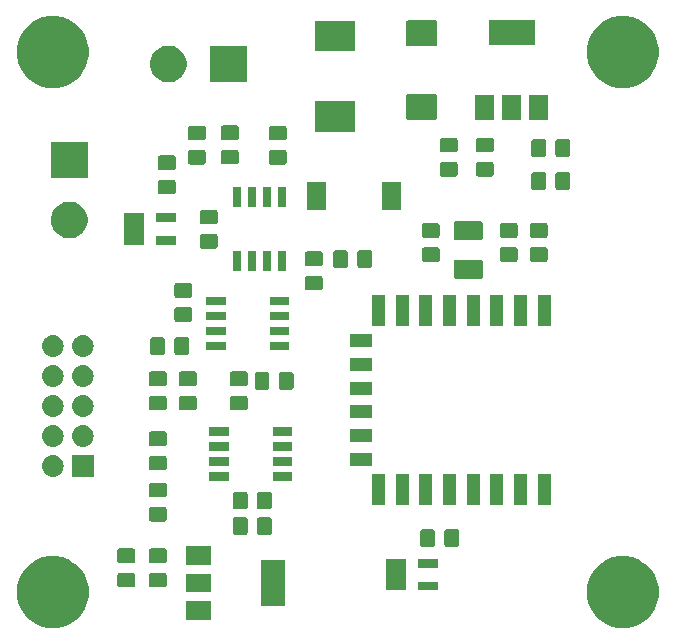
<source format=gbr>
G04 #@! TF.GenerationSoftware,KiCad,Pcbnew,5.0.2-bee76a0~70~ubuntu18.04.1*
G04 #@! TF.CreationDate,2019-05-14T19:54:41+02:00*
G04 #@! TF.ProjectId,support_board,73757070-6f72-4745-9f62-6f6172642e6b,rev?*
G04 #@! TF.SameCoordinates,Original*
G04 #@! TF.FileFunction,Soldermask,Top*
G04 #@! TF.FilePolarity,Negative*
%FSLAX46Y46*%
G04 Gerber Fmt 4.6, Leading zero omitted, Abs format (unit mm)*
G04 Created by KiCad (PCBNEW 5.0.2-bee76a0~70~ubuntu18.04.1) date Út 14. května 2019, 19:54:41 CEST*
%MOMM*%
%LPD*%
G01*
G04 APERTURE LIST*
%ADD10C,0.100000*%
G04 APERTURE END LIST*
D10*
G36*
X172212941Y-116446248D02*
X172212943Y-116446249D01*
X172212944Y-116446249D01*
X172768190Y-116676239D01*
X173073960Y-116880548D01*
X173267902Y-117010136D01*
X173692864Y-117435098D01*
X173692866Y-117435101D01*
X174026761Y-117934810D01*
X174035983Y-117957075D01*
X174256752Y-118490059D01*
X174356197Y-118990000D01*
X174374000Y-119079503D01*
X174374000Y-119680497D01*
X174256751Y-120269944D01*
X174026761Y-120825190D01*
X174026760Y-120825191D01*
X173692864Y-121324902D01*
X173267902Y-121749864D01*
X173267899Y-121749866D01*
X172768190Y-122083761D01*
X172212944Y-122313751D01*
X172212943Y-122313751D01*
X172212941Y-122313752D01*
X171623499Y-122431000D01*
X171022501Y-122431000D01*
X170433059Y-122313752D01*
X170433057Y-122313751D01*
X170433056Y-122313751D01*
X169877810Y-122083761D01*
X169378101Y-121749866D01*
X169378098Y-121749864D01*
X168953136Y-121324902D01*
X168619240Y-120825191D01*
X168619239Y-120825190D01*
X168389249Y-120269944D01*
X168272000Y-119680497D01*
X168272000Y-119079503D01*
X168289803Y-118990000D01*
X168389248Y-118490059D01*
X168610017Y-117957075D01*
X168619239Y-117934810D01*
X168953134Y-117435101D01*
X168953136Y-117435098D01*
X169378098Y-117010136D01*
X169572040Y-116880548D01*
X169877810Y-116676239D01*
X170433056Y-116446249D01*
X170433057Y-116446249D01*
X170433059Y-116446248D01*
X171022501Y-116329000D01*
X171623499Y-116329000D01*
X172212941Y-116446248D01*
X172212941Y-116446248D01*
G37*
G36*
X123952941Y-116446248D02*
X123952943Y-116446249D01*
X123952944Y-116446249D01*
X124508190Y-116676239D01*
X124813960Y-116880548D01*
X125007902Y-117010136D01*
X125432864Y-117435098D01*
X125432866Y-117435101D01*
X125766761Y-117934810D01*
X125775983Y-117957075D01*
X125996752Y-118490059D01*
X126096197Y-118990000D01*
X126114000Y-119079503D01*
X126114000Y-119680497D01*
X125996751Y-120269944D01*
X125766761Y-120825190D01*
X125766760Y-120825191D01*
X125432864Y-121324902D01*
X125007902Y-121749864D01*
X125007899Y-121749866D01*
X124508190Y-122083761D01*
X123952944Y-122313751D01*
X123952943Y-122313751D01*
X123952941Y-122313752D01*
X123363499Y-122431000D01*
X122762501Y-122431000D01*
X122173059Y-122313752D01*
X122173057Y-122313751D01*
X122173056Y-122313751D01*
X121617810Y-122083761D01*
X121118101Y-121749866D01*
X121118098Y-121749864D01*
X120693136Y-121324902D01*
X120359240Y-120825191D01*
X120359239Y-120825190D01*
X120129249Y-120269944D01*
X120012000Y-119680497D01*
X120012000Y-119079503D01*
X120029803Y-118990000D01*
X120129248Y-118490059D01*
X120350017Y-117957075D01*
X120359239Y-117934810D01*
X120693134Y-117435101D01*
X120693136Y-117435098D01*
X121118098Y-117010136D01*
X121312040Y-116880548D01*
X121617810Y-116676239D01*
X122173056Y-116446249D01*
X122173057Y-116446249D01*
X122173059Y-116446248D01*
X122762501Y-116329000D01*
X123363499Y-116329000D01*
X123952941Y-116446248D01*
X123952941Y-116446248D01*
G37*
G36*
X136458000Y-121719000D02*
X134356000Y-121719000D01*
X134356000Y-120117000D01*
X136458000Y-120117000D01*
X136458000Y-121719000D01*
X136458000Y-121719000D01*
G37*
G36*
X142758000Y-120569000D02*
X140656000Y-120569000D01*
X140656000Y-116667000D01*
X142758000Y-116667000D01*
X142758000Y-120569000D01*
X142758000Y-120569000D01*
G37*
G36*
X136458000Y-119419000D02*
X134356000Y-119419000D01*
X134356000Y-117817000D01*
X136458000Y-117817000D01*
X136458000Y-119419000D01*
X136458000Y-119419000D01*
G37*
G36*
X155644000Y-119248000D02*
X153982000Y-119248000D01*
X153982000Y-118496000D01*
X155644000Y-118496000D01*
X155644000Y-119248000D01*
X155644000Y-119248000D01*
G37*
G36*
X152944000Y-119248000D02*
X151282000Y-119248000D01*
X151282000Y-116596000D01*
X152944000Y-116596000D01*
X152944000Y-119248000D01*
X152944000Y-119248000D01*
G37*
G36*
X132541677Y-117742465D02*
X132579364Y-117753898D01*
X132614103Y-117772466D01*
X132644548Y-117797452D01*
X132669534Y-117827897D01*
X132688102Y-117862636D01*
X132699535Y-117900323D01*
X132704000Y-117945661D01*
X132704000Y-118782339D01*
X132699535Y-118827677D01*
X132688102Y-118865364D01*
X132669534Y-118900103D01*
X132644548Y-118930548D01*
X132614103Y-118955534D01*
X132579364Y-118974102D01*
X132541677Y-118985535D01*
X132496339Y-118990000D01*
X131409661Y-118990000D01*
X131364323Y-118985535D01*
X131326636Y-118974102D01*
X131291897Y-118955534D01*
X131261452Y-118930548D01*
X131236466Y-118900103D01*
X131217898Y-118865364D01*
X131206465Y-118827677D01*
X131202000Y-118782339D01*
X131202000Y-117945661D01*
X131206465Y-117900323D01*
X131217898Y-117862636D01*
X131236466Y-117827897D01*
X131261452Y-117797452D01*
X131291897Y-117772466D01*
X131326636Y-117753898D01*
X131364323Y-117742465D01*
X131409661Y-117738000D01*
X132496339Y-117738000D01*
X132541677Y-117742465D01*
X132541677Y-117742465D01*
G37*
G36*
X129874677Y-117742465D02*
X129912364Y-117753898D01*
X129947103Y-117772466D01*
X129977548Y-117797452D01*
X130002534Y-117827897D01*
X130021102Y-117862636D01*
X130032535Y-117900323D01*
X130037000Y-117945661D01*
X130037000Y-118782339D01*
X130032535Y-118827677D01*
X130021102Y-118865364D01*
X130002534Y-118900103D01*
X129977548Y-118930548D01*
X129947103Y-118955534D01*
X129912364Y-118974102D01*
X129874677Y-118985535D01*
X129829339Y-118990000D01*
X128742661Y-118990000D01*
X128697323Y-118985535D01*
X128659636Y-118974102D01*
X128624897Y-118955534D01*
X128594452Y-118930548D01*
X128569466Y-118900103D01*
X128550898Y-118865364D01*
X128539465Y-118827677D01*
X128535000Y-118782339D01*
X128535000Y-117945661D01*
X128539465Y-117900323D01*
X128550898Y-117862636D01*
X128569466Y-117827897D01*
X128594452Y-117797452D01*
X128624897Y-117772466D01*
X128659636Y-117753898D01*
X128697323Y-117742465D01*
X128742661Y-117738000D01*
X129829339Y-117738000D01*
X129874677Y-117742465D01*
X129874677Y-117742465D01*
G37*
G36*
X155644000Y-117348000D02*
X153982000Y-117348000D01*
X153982000Y-116596000D01*
X155644000Y-116596000D01*
X155644000Y-117348000D01*
X155644000Y-117348000D01*
G37*
G36*
X136458000Y-117119000D02*
X134356000Y-117119000D01*
X134356000Y-115517000D01*
X136458000Y-115517000D01*
X136458000Y-117119000D01*
X136458000Y-117119000D01*
G37*
G36*
X129874677Y-115692465D02*
X129912364Y-115703898D01*
X129947103Y-115722466D01*
X129977548Y-115747452D01*
X130002534Y-115777897D01*
X130021102Y-115812636D01*
X130032535Y-115850323D01*
X130037000Y-115895661D01*
X130037000Y-116732339D01*
X130032535Y-116777677D01*
X130021102Y-116815364D01*
X130002534Y-116850103D01*
X129977548Y-116880548D01*
X129947103Y-116905534D01*
X129912364Y-116924102D01*
X129874677Y-116935535D01*
X129829339Y-116940000D01*
X128742661Y-116940000D01*
X128697323Y-116935535D01*
X128659636Y-116924102D01*
X128624897Y-116905534D01*
X128594452Y-116880548D01*
X128569466Y-116850103D01*
X128550898Y-116815364D01*
X128539465Y-116777677D01*
X128535000Y-116732339D01*
X128535000Y-115895661D01*
X128539465Y-115850323D01*
X128550898Y-115812636D01*
X128569466Y-115777897D01*
X128594452Y-115747452D01*
X128624897Y-115722466D01*
X128659636Y-115703898D01*
X128697323Y-115692465D01*
X128742661Y-115688000D01*
X129829339Y-115688000D01*
X129874677Y-115692465D01*
X129874677Y-115692465D01*
G37*
G36*
X132541677Y-115692465D02*
X132579364Y-115703898D01*
X132614103Y-115722466D01*
X132644548Y-115747452D01*
X132669534Y-115777897D01*
X132688102Y-115812636D01*
X132699535Y-115850323D01*
X132704000Y-115895661D01*
X132704000Y-116732339D01*
X132699535Y-116777677D01*
X132688102Y-116815364D01*
X132669534Y-116850103D01*
X132644548Y-116880548D01*
X132614103Y-116905534D01*
X132579364Y-116924102D01*
X132541677Y-116935535D01*
X132496339Y-116940000D01*
X131409661Y-116940000D01*
X131364323Y-116935535D01*
X131326636Y-116924102D01*
X131291897Y-116905534D01*
X131261452Y-116880548D01*
X131236466Y-116850103D01*
X131217898Y-116815364D01*
X131206465Y-116777677D01*
X131202000Y-116732339D01*
X131202000Y-115895661D01*
X131206465Y-115850323D01*
X131217898Y-115812636D01*
X131236466Y-115777897D01*
X131261452Y-115747452D01*
X131291897Y-115722466D01*
X131326636Y-115703898D01*
X131364323Y-115692465D01*
X131409661Y-115688000D01*
X132496339Y-115688000D01*
X132541677Y-115692465D01*
X132541677Y-115692465D01*
G37*
G36*
X157308677Y-114061465D02*
X157346364Y-114072898D01*
X157381103Y-114091466D01*
X157411548Y-114116452D01*
X157436534Y-114146897D01*
X157455102Y-114181636D01*
X157466535Y-114219323D01*
X157471000Y-114264661D01*
X157471000Y-115351339D01*
X157466535Y-115396677D01*
X157455102Y-115434364D01*
X157436534Y-115469103D01*
X157411548Y-115499548D01*
X157381103Y-115524534D01*
X157346364Y-115543102D01*
X157308677Y-115554535D01*
X157263339Y-115559000D01*
X156426661Y-115559000D01*
X156381323Y-115554535D01*
X156343636Y-115543102D01*
X156308897Y-115524534D01*
X156278452Y-115499548D01*
X156253466Y-115469103D01*
X156234898Y-115434364D01*
X156223465Y-115396677D01*
X156219000Y-115351339D01*
X156219000Y-114264661D01*
X156223465Y-114219323D01*
X156234898Y-114181636D01*
X156253466Y-114146897D01*
X156278452Y-114116452D01*
X156308897Y-114091466D01*
X156343636Y-114072898D01*
X156381323Y-114061465D01*
X156426661Y-114057000D01*
X157263339Y-114057000D01*
X157308677Y-114061465D01*
X157308677Y-114061465D01*
G37*
G36*
X155258677Y-114061465D02*
X155296364Y-114072898D01*
X155331103Y-114091466D01*
X155361548Y-114116452D01*
X155386534Y-114146897D01*
X155405102Y-114181636D01*
X155416535Y-114219323D01*
X155421000Y-114264661D01*
X155421000Y-115351339D01*
X155416535Y-115396677D01*
X155405102Y-115434364D01*
X155386534Y-115469103D01*
X155361548Y-115499548D01*
X155331103Y-115524534D01*
X155296364Y-115543102D01*
X155258677Y-115554535D01*
X155213339Y-115559000D01*
X154376661Y-115559000D01*
X154331323Y-115554535D01*
X154293636Y-115543102D01*
X154258897Y-115524534D01*
X154228452Y-115499548D01*
X154203466Y-115469103D01*
X154184898Y-115434364D01*
X154173465Y-115396677D01*
X154169000Y-115351339D01*
X154169000Y-114264661D01*
X154173465Y-114219323D01*
X154184898Y-114181636D01*
X154203466Y-114146897D01*
X154228452Y-114116452D01*
X154258897Y-114091466D01*
X154293636Y-114072898D01*
X154331323Y-114061465D01*
X154376661Y-114057000D01*
X155213339Y-114057000D01*
X155258677Y-114061465D01*
X155258677Y-114061465D01*
G37*
G36*
X141451677Y-113045465D02*
X141489364Y-113056898D01*
X141524103Y-113075466D01*
X141554548Y-113100452D01*
X141579534Y-113130897D01*
X141598102Y-113165636D01*
X141609535Y-113203323D01*
X141614000Y-113248661D01*
X141614000Y-114335339D01*
X141609535Y-114380677D01*
X141598102Y-114418364D01*
X141579534Y-114453103D01*
X141554548Y-114483548D01*
X141524103Y-114508534D01*
X141489364Y-114527102D01*
X141451677Y-114538535D01*
X141406339Y-114543000D01*
X140569661Y-114543000D01*
X140524323Y-114538535D01*
X140486636Y-114527102D01*
X140451897Y-114508534D01*
X140421452Y-114483548D01*
X140396466Y-114453103D01*
X140377898Y-114418364D01*
X140366465Y-114380677D01*
X140362000Y-114335339D01*
X140362000Y-113248661D01*
X140366465Y-113203323D01*
X140377898Y-113165636D01*
X140396466Y-113130897D01*
X140421452Y-113100452D01*
X140451897Y-113075466D01*
X140486636Y-113056898D01*
X140524323Y-113045465D01*
X140569661Y-113041000D01*
X141406339Y-113041000D01*
X141451677Y-113045465D01*
X141451677Y-113045465D01*
G37*
G36*
X139401677Y-113045465D02*
X139439364Y-113056898D01*
X139474103Y-113075466D01*
X139504548Y-113100452D01*
X139529534Y-113130897D01*
X139548102Y-113165636D01*
X139559535Y-113203323D01*
X139564000Y-113248661D01*
X139564000Y-114335339D01*
X139559535Y-114380677D01*
X139548102Y-114418364D01*
X139529534Y-114453103D01*
X139504548Y-114483548D01*
X139474103Y-114508534D01*
X139439364Y-114527102D01*
X139401677Y-114538535D01*
X139356339Y-114543000D01*
X138519661Y-114543000D01*
X138474323Y-114538535D01*
X138436636Y-114527102D01*
X138401897Y-114508534D01*
X138371452Y-114483548D01*
X138346466Y-114453103D01*
X138327898Y-114418364D01*
X138316465Y-114380677D01*
X138312000Y-114335339D01*
X138312000Y-113248661D01*
X138316465Y-113203323D01*
X138327898Y-113165636D01*
X138346466Y-113130897D01*
X138371452Y-113100452D01*
X138401897Y-113075466D01*
X138436636Y-113056898D01*
X138474323Y-113045465D01*
X138519661Y-113041000D01*
X139356339Y-113041000D01*
X139401677Y-113045465D01*
X139401677Y-113045465D01*
G37*
G36*
X132541677Y-112163465D02*
X132579364Y-112174898D01*
X132614103Y-112193466D01*
X132644548Y-112218452D01*
X132669534Y-112248897D01*
X132688102Y-112283636D01*
X132699535Y-112321323D01*
X132704000Y-112366661D01*
X132704000Y-113203339D01*
X132699535Y-113248677D01*
X132688102Y-113286364D01*
X132669534Y-113321103D01*
X132644548Y-113351548D01*
X132614103Y-113376534D01*
X132579364Y-113395102D01*
X132541677Y-113406535D01*
X132496339Y-113411000D01*
X131409661Y-113411000D01*
X131364323Y-113406535D01*
X131326636Y-113395102D01*
X131291897Y-113376534D01*
X131261452Y-113351548D01*
X131236466Y-113321103D01*
X131217898Y-113286364D01*
X131206465Y-113248677D01*
X131202000Y-113203339D01*
X131202000Y-112366661D01*
X131206465Y-112321323D01*
X131217898Y-112283636D01*
X131236466Y-112248897D01*
X131261452Y-112218452D01*
X131291897Y-112193466D01*
X131326636Y-112174898D01*
X131364323Y-112163465D01*
X131409661Y-112159000D01*
X132496339Y-112159000D01*
X132541677Y-112163465D01*
X132541677Y-112163465D01*
G37*
G36*
X141451677Y-110886465D02*
X141489364Y-110897898D01*
X141524103Y-110916466D01*
X141554548Y-110941452D01*
X141579534Y-110971897D01*
X141598102Y-111006636D01*
X141609535Y-111044323D01*
X141614000Y-111089661D01*
X141614000Y-112176339D01*
X141609535Y-112221677D01*
X141598102Y-112259364D01*
X141579534Y-112294103D01*
X141554548Y-112324548D01*
X141524103Y-112349534D01*
X141489364Y-112368102D01*
X141451677Y-112379535D01*
X141406339Y-112384000D01*
X140569661Y-112384000D01*
X140524323Y-112379535D01*
X140486636Y-112368102D01*
X140451897Y-112349534D01*
X140421452Y-112324548D01*
X140396466Y-112294103D01*
X140377898Y-112259364D01*
X140366465Y-112221677D01*
X140362000Y-112176339D01*
X140362000Y-111089661D01*
X140366465Y-111044323D01*
X140377898Y-111006636D01*
X140396466Y-110971897D01*
X140421452Y-110941452D01*
X140451897Y-110916466D01*
X140486636Y-110897898D01*
X140524323Y-110886465D01*
X140569661Y-110882000D01*
X141406339Y-110882000D01*
X141451677Y-110886465D01*
X141451677Y-110886465D01*
G37*
G36*
X139401677Y-110886465D02*
X139439364Y-110897898D01*
X139474103Y-110916466D01*
X139504548Y-110941452D01*
X139529534Y-110971897D01*
X139548102Y-111006636D01*
X139559535Y-111044323D01*
X139564000Y-111089661D01*
X139564000Y-112176339D01*
X139559535Y-112221677D01*
X139548102Y-112259364D01*
X139529534Y-112294103D01*
X139504548Y-112324548D01*
X139474103Y-112349534D01*
X139439364Y-112368102D01*
X139401677Y-112379535D01*
X139356339Y-112384000D01*
X138519661Y-112384000D01*
X138474323Y-112379535D01*
X138436636Y-112368102D01*
X138401897Y-112349534D01*
X138371452Y-112324548D01*
X138346466Y-112294103D01*
X138327898Y-112259364D01*
X138316465Y-112221677D01*
X138312000Y-112176339D01*
X138312000Y-111089661D01*
X138316465Y-111044323D01*
X138327898Y-111006636D01*
X138346466Y-110971897D01*
X138371452Y-110941452D01*
X138401897Y-110916466D01*
X138436636Y-110897898D01*
X138474323Y-110886465D01*
X138519661Y-110882000D01*
X139356339Y-110882000D01*
X139401677Y-110886465D01*
X139401677Y-110886465D01*
G37*
G36*
X165214000Y-112025000D02*
X164112000Y-112025000D01*
X164112000Y-109423000D01*
X165214000Y-109423000D01*
X165214000Y-112025000D01*
X165214000Y-112025000D01*
G37*
G36*
X155214000Y-112025000D02*
X154112000Y-112025000D01*
X154112000Y-109423000D01*
X155214000Y-109423000D01*
X155214000Y-112025000D01*
X155214000Y-112025000D01*
G37*
G36*
X163214000Y-112025000D02*
X162112000Y-112025000D01*
X162112000Y-109423000D01*
X163214000Y-109423000D01*
X163214000Y-112025000D01*
X163214000Y-112025000D01*
G37*
G36*
X161214000Y-112025000D02*
X160112000Y-112025000D01*
X160112000Y-109423000D01*
X161214000Y-109423000D01*
X161214000Y-112025000D01*
X161214000Y-112025000D01*
G37*
G36*
X159214000Y-112025000D02*
X158112000Y-112025000D01*
X158112000Y-109423000D01*
X159214000Y-109423000D01*
X159214000Y-112025000D01*
X159214000Y-112025000D01*
G37*
G36*
X157214000Y-112025000D02*
X156112000Y-112025000D01*
X156112000Y-109423000D01*
X157214000Y-109423000D01*
X157214000Y-112025000D01*
X157214000Y-112025000D01*
G37*
G36*
X153214000Y-112025000D02*
X152112000Y-112025000D01*
X152112000Y-109423000D01*
X153214000Y-109423000D01*
X153214000Y-112025000D01*
X153214000Y-112025000D01*
G37*
G36*
X151214000Y-112025000D02*
X150112000Y-112025000D01*
X150112000Y-109423000D01*
X151214000Y-109423000D01*
X151214000Y-112025000D01*
X151214000Y-112025000D01*
G37*
G36*
X132541677Y-110113465D02*
X132579364Y-110124898D01*
X132614103Y-110143466D01*
X132644548Y-110168452D01*
X132669534Y-110198897D01*
X132688102Y-110233636D01*
X132699535Y-110271323D01*
X132704000Y-110316661D01*
X132704000Y-111153339D01*
X132699535Y-111198677D01*
X132688102Y-111236364D01*
X132669534Y-111271103D01*
X132644548Y-111301548D01*
X132614103Y-111326534D01*
X132579364Y-111345102D01*
X132541677Y-111356535D01*
X132496339Y-111361000D01*
X131409661Y-111361000D01*
X131364323Y-111356535D01*
X131326636Y-111345102D01*
X131291897Y-111326534D01*
X131261452Y-111301548D01*
X131236466Y-111271103D01*
X131217898Y-111236364D01*
X131206465Y-111198677D01*
X131202000Y-111153339D01*
X131202000Y-110316661D01*
X131206465Y-110271323D01*
X131217898Y-110233636D01*
X131236466Y-110198897D01*
X131261452Y-110168452D01*
X131291897Y-110143466D01*
X131326636Y-110124898D01*
X131364323Y-110113465D01*
X131409661Y-110109000D01*
X132496339Y-110109000D01*
X132541677Y-110113465D01*
X132541677Y-110113465D01*
G37*
G36*
X137953000Y-109952000D02*
X136301000Y-109952000D01*
X136301000Y-109250000D01*
X137953000Y-109250000D01*
X137953000Y-109952000D01*
X137953000Y-109952000D01*
G37*
G36*
X143353000Y-109952000D02*
X141701000Y-109952000D01*
X141701000Y-109250000D01*
X143353000Y-109250000D01*
X143353000Y-109952000D01*
X143353000Y-109952000D01*
G37*
G36*
X126517600Y-109626600D02*
X124688400Y-109626600D01*
X124688400Y-107797400D01*
X126517600Y-107797400D01*
X126517600Y-109626600D01*
X126517600Y-109626600D01*
G37*
G36*
X123242294Y-107810633D02*
X123414694Y-107862931D01*
X123414696Y-107862932D01*
X123573583Y-107947859D01*
X123573585Y-107947860D01*
X123573584Y-107947860D01*
X123712849Y-108062151D01*
X123827140Y-108201416D01*
X123912069Y-108360306D01*
X123964367Y-108532706D01*
X123982025Y-108712000D01*
X123964367Y-108891294D01*
X123916364Y-109049534D01*
X123912068Y-109063696D01*
X123827141Y-109222583D01*
X123712849Y-109361849D01*
X123573583Y-109476141D01*
X123414696Y-109561068D01*
X123414694Y-109561069D01*
X123242294Y-109613367D01*
X123107931Y-109626600D01*
X123018069Y-109626600D01*
X122883706Y-109613367D01*
X122711306Y-109561069D01*
X122711304Y-109561068D01*
X122552417Y-109476141D01*
X122413151Y-109361849D01*
X122298859Y-109222583D01*
X122213932Y-109063696D01*
X122209636Y-109049534D01*
X122161633Y-108891294D01*
X122143975Y-108712000D01*
X122161633Y-108532706D01*
X122213931Y-108360306D01*
X122298860Y-108201416D01*
X122413151Y-108062151D01*
X122552416Y-107947860D01*
X122552415Y-107947860D01*
X122552417Y-107947859D01*
X122711304Y-107862932D01*
X122711306Y-107862931D01*
X122883706Y-107810633D01*
X123018069Y-107797400D01*
X123107931Y-107797400D01*
X123242294Y-107810633D01*
X123242294Y-107810633D01*
G37*
G36*
X132541677Y-107836465D02*
X132579364Y-107847898D01*
X132614103Y-107866466D01*
X132644548Y-107891452D01*
X132669534Y-107921897D01*
X132688102Y-107956636D01*
X132699535Y-107994323D01*
X132704000Y-108039661D01*
X132704000Y-108876339D01*
X132699535Y-108921677D01*
X132688102Y-108959364D01*
X132669534Y-108994103D01*
X132644548Y-109024548D01*
X132614103Y-109049534D01*
X132579364Y-109068102D01*
X132541677Y-109079535D01*
X132496339Y-109084000D01*
X131409661Y-109084000D01*
X131364323Y-109079535D01*
X131326636Y-109068102D01*
X131291897Y-109049534D01*
X131261452Y-109024548D01*
X131236466Y-108994103D01*
X131217898Y-108959364D01*
X131206465Y-108921677D01*
X131202000Y-108876339D01*
X131202000Y-108039661D01*
X131206465Y-107994323D01*
X131217898Y-107956636D01*
X131236466Y-107921897D01*
X131261452Y-107891452D01*
X131291897Y-107866466D01*
X131326636Y-107847898D01*
X131364323Y-107836465D01*
X131409661Y-107832000D01*
X132496339Y-107832000D01*
X132541677Y-107836465D01*
X132541677Y-107836465D01*
G37*
G36*
X137953000Y-108682000D02*
X136301000Y-108682000D01*
X136301000Y-107980000D01*
X137953000Y-107980000D01*
X137953000Y-108682000D01*
X137953000Y-108682000D01*
G37*
G36*
X143353000Y-108682000D02*
X141701000Y-108682000D01*
X141701000Y-107980000D01*
X143353000Y-107980000D01*
X143353000Y-108682000D01*
X143353000Y-108682000D01*
G37*
G36*
X150114000Y-108675000D02*
X148212000Y-108675000D01*
X148212000Y-107573000D01*
X150114000Y-107573000D01*
X150114000Y-108675000D01*
X150114000Y-108675000D01*
G37*
G36*
X143353000Y-107412000D02*
X141701000Y-107412000D01*
X141701000Y-106710000D01*
X143353000Y-106710000D01*
X143353000Y-107412000D01*
X143353000Y-107412000D01*
G37*
G36*
X137953000Y-107412000D02*
X136301000Y-107412000D01*
X136301000Y-106710000D01*
X137953000Y-106710000D01*
X137953000Y-107412000D01*
X137953000Y-107412000D01*
G37*
G36*
X125782294Y-105270633D02*
X125954694Y-105322931D01*
X125954696Y-105322932D01*
X126113583Y-105407859D01*
X126252849Y-105522151D01*
X126367141Y-105661417D01*
X126452068Y-105820304D01*
X126452069Y-105820306D01*
X126504367Y-105992706D01*
X126522025Y-106172000D01*
X126504367Y-106351294D01*
X126452069Y-106523694D01*
X126452068Y-106523696D01*
X126367141Y-106682583D01*
X126252849Y-106821849D01*
X126113583Y-106936141D01*
X125960245Y-107018102D01*
X125954694Y-107021069D01*
X125782294Y-107073367D01*
X125647931Y-107086600D01*
X125558069Y-107086600D01*
X125423706Y-107073367D01*
X125251306Y-107021069D01*
X125245755Y-107018102D01*
X125092417Y-106936141D01*
X124953151Y-106821849D01*
X124838859Y-106682583D01*
X124753932Y-106523696D01*
X124753931Y-106523694D01*
X124701633Y-106351294D01*
X124683975Y-106172000D01*
X124701633Y-105992706D01*
X124753931Y-105820306D01*
X124753932Y-105820304D01*
X124838859Y-105661417D01*
X124953151Y-105522151D01*
X125092417Y-105407859D01*
X125251304Y-105322932D01*
X125251306Y-105322931D01*
X125423706Y-105270633D01*
X125558069Y-105257400D01*
X125647931Y-105257400D01*
X125782294Y-105270633D01*
X125782294Y-105270633D01*
G37*
G36*
X123242294Y-105270633D02*
X123414694Y-105322931D01*
X123414696Y-105322932D01*
X123573583Y-105407859D01*
X123712849Y-105522151D01*
X123827141Y-105661417D01*
X123912068Y-105820304D01*
X123912069Y-105820306D01*
X123964367Y-105992706D01*
X123982025Y-106172000D01*
X123964367Y-106351294D01*
X123912069Y-106523694D01*
X123912068Y-106523696D01*
X123827141Y-106682583D01*
X123712849Y-106821849D01*
X123573583Y-106936141D01*
X123420245Y-107018102D01*
X123414694Y-107021069D01*
X123242294Y-107073367D01*
X123107931Y-107086600D01*
X123018069Y-107086600D01*
X122883706Y-107073367D01*
X122711306Y-107021069D01*
X122705755Y-107018102D01*
X122552417Y-106936141D01*
X122413151Y-106821849D01*
X122298859Y-106682583D01*
X122213932Y-106523696D01*
X122213931Y-106523694D01*
X122161633Y-106351294D01*
X122143975Y-106172000D01*
X122161633Y-105992706D01*
X122213931Y-105820306D01*
X122213932Y-105820304D01*
X122298859Y-105661417D01*
X122413151Y-105522151D01*
X122552417Y-105407859D01*
X122711304Y-105322932D01*
X122711306Y-105322931D01*
X122883706Y-105270633D01*
X123018069Y-105257400D01*
X123107931Y-105257400D01*
X123242294Y-105270633D01*
X123242294Y-105270633D01*
G37*
G36*
X132541677Y-105786465D02*
X132579364Y-105797898D01*
X132614103Y-105816466D01*
X132644548Y-105841452D01*
X132669534Y-105871897D01*
X132688102Y-105906636D01*
X132699535Y-105944323D01*
X132704000Y-105989661D01*
X132704000Y-106826339D01*
X132699535Y-106871677D01*
X132688102Y-106909364D01*
X132669534Y-106944103D01*
X132644548Y-106974548D01*
X132614103Y-106999534D01*
X132579364Y-107018102D01*
X132541677Y-107029535D01*
X132496339Y-107034000D01*
X131409661Y-107034000D01*
X131364323Y-107029535D01*
X131326636Y-107018102D01*
X131291897Y-106999534D01*
X131261452Y-106974548D01*
X131236466Y-106944103D01*
X131217898Y-106909364D01*
X131206465Y-106871677D01*
X131202000Y-106826339D01*
X131202000Y-105989661D01*
X131206465Y-105944323D01*
X131217898Y-105906636D01*
X131236466Y-105871897D01*
X131261452Y-105841452D01*
X131291897Y-105816466D01*
X131326636Y-105797898D01*
X131364323Y-105786465D01*
X131409661Y-105782000D01*
X132496339Y-105782000D01*
X132541677Y-105786465D01*
X132541677Y-105786465D01*
G37*
G36*
X150114000Y-106675000D02*
X148212000Y-106675000D01*
X148212000Y-105573000D01*
X150114000Y-105573000D01*
X150114000Y-106675000D01*
X150114000Y-106675000D01*
G37*
G36*
X137953000Y-106142000D02*
X136301000Y-106142000D01*
X136301000Y-105440000D01*
X137953000Y-105440000D01*
X137953000Y-106142000D01*
X137953000Y-106142000D01*
G37*
G36*
X143353000Y-106142000D02*
X141701000Y-106142000D01*
X141701000Y-105440000D01*
X143353000Y-105440000D01*
X143353000Y-106142000D01*
X143353000Y-106142000D01*
G37*
G36*
X150114000Y-104675000D02*
X148212000Y-104675000D01*
X148212000Y-103573000D01*
X150114000Y-103573000D01*
X150114000Y-104675000D01*
X150114000Y-104675000D01*
G37*
G36*
X123242294Y-102730633D02*
X123414694Y-102782931D01*
X123414696Y-102782932D01*
X123573583Y-102867859D01*
X123573585Y-102867860D01*
X123573584Y-102867860D01*
X123712849Y-102982151D01*
X123827140Y-103121416D01*
X123912069Y-103280306D01*
X123964367Y-103452706D01*
X123982025Y-103632000D01*
X123964367Y-103811294D01*
X123916364Y-103969534D01*
X123912068Y-103983696D01*
X123827141Y-104142583D01*
X123712849Y-104281849D01*
X123573583Y-104396141D01*
X123414696Y-104481068D01*
X123414694Y-104481069D01*
X123242294Y-104533367D01*
X123107931Y-104546600D01*
X123018069Y-104546600D01*
X122883706Y-104533367D01*
X122711306Y-104481069D01*
X122711304Y-104481068D01*
X122552417Y-104396141D01*
X122413151Y-104281849D01*
X122298859Y-104142583D01*
X122213932Y-103983696D01*
X122209636Y-103969534D01*
X122161633Y-103811294D01*
X122143975Y-103632000D01*
X122161633Y-103452706D01*
X122213931Y-103280306D01*
X122298860Y-103121416D01*
X122413151Y-102982151D01*
X122552416Y-102867860D01*
X122552415Y-102867860D01*
X122552417Y-102867859D01*
X122711304Y-102782932D01*
X122711306Y-102782931D01*
X122883706Y-102730633D01*
X123018069Y-102717400D01*
X123107931Y-102717400D01*
X123242294Y-102730633D01*
X123242294Y-102730633D01*
G37*
G36*
X125782294Y-102730633D02*
X125954694Y-102782931D01*
X125954696Y-102782932D01*
X126113583Y-102867859D01*
X126113585Y-102867860D01*
X126113584Y-102867860D01*
X126252849Y-102982151D01*
X126367140Y-103121416D01*
X126452069Y-103280306D01*
X126504367Y-103452706D01*
X126522025Y-103632000D01*
X126504367Y-103811294D01*
X126456364Y-103969534D01*
X126452068Y-103983696D01*
X126367141Y-104142583D01*
X126252849Y-104281849D01*
X126113583Y-104396141D01*
X125954696Y-104481068D01*
X125954694Y-104481069D01*
X125782294Y-104533367D01*
X125647931Y-104546600D01*
X125558069Y-104546600D01*
X125423706Y-104533367D01*
X125251306Y-104481069D01*
X125251304Y-104481068D01*
X125092417Y-104396141D01*
X124953151Y-104281849D01*
X124838859Y-104142583D01*
X124753932Y-103983696D01*
X124749636Y-103969534D01*
X124701633Y-103811294D01*
X124683975Y-103632000D01*
X124701633Y-103452706D01*
X124753931Y-103280306D01*
X124838860Y-103121416D01*
X124953151Y-102982151D01*
X125092416Y-102867860D01*
X125092415Y-102867860D01*
X125092417Y-102867859D01*
X125251304Y-102782932D01*
X125251306Y-102782931D01*
X125423706Y-102730633D01*
X125558069Y-102717400D01*
X125647931Y-102717400D01*
X125782294Y-102730633D01*
X125782294Y-102730633D01*
G37*
G36*
X132541677Y-102756465D02*
X132579364Y-102767898D01*
X132614103Y-102786466D01*
X132644548Y-102811452D01*
X132669534Y-102841897D01*
X132688102Y-102876636D01*
X132699535Y-102914323D01*
X132704000Y-102959661D01*
X132704000Y-103796339D01*
X132699535Y-103841677D01*
X132688102Y-103879364D01*
X132669534Y-103914103D01*
X132644548Y-103944548D01*
X132614103Y-103969534D01*
X132579364Y-103988102D01*
X132541677Y-103999535D01*
X132496339Y-104004000D01*
X131409661Y-104004000D01*
X131364323Y-103999535D01*
X131326636Y-103988102D01*
X131291897Y-103969534D01*
X131261452Y-103944548D01*
X131236466Y-103914103D01*
X131217898Y-103879364D01*
X131206465Y-103841677D01*
X131202000Y-103796339D01*
X131202000Y-102959661D01*
X131206465Y-102914323D01*
X131217898Y-102876636D01*
X131236466Y-102841897D01*
X131261452Y-102811452D01*
X131291897Y-102786466D01*
X131326636Y-102767898D01*
X131364323Y-102756465D01*
X131409661Y-102752000D01*
X132496339Y-102752000D01*
X132541677Y-102756465D01*
X132541677Y-102756465D01*
G37*
G36*
X135081677Y-102756465D02*
X135119364Y-102767898D01*
X135154103Y-102786466D01*
X135184548Y-102811452D01*
X135209534Y-102841897D01*
X135228102Y-102876636D01*
X135239535Y-102914323D01*
X135244000Y-102959661D01*
X135244000Y-103796339D01*
X135239535Y-103841677D01*
X135228102Y-103879364D01*
X135209534Y-103914103D01*
X135184548Y-103944548D01*
X135154103Y-103969534D01*
X135119364Y-103988102D01*
X135081677Y-103999535D01*
X135036339Y-104004000D01*
X133949661Y-104004000D01*
X133904323Y-103999535D01*
X133866636Y-103988102D01*
X133831897Y-103969534D01*
X133801452Y-103944548D01*
X133776466Y-103914103D01*
X133757898Y-103879364D01*
X133746465Y-103841677D01*
X133742000Y-103796339D01*
X133742000Y-102959661D01*
X133746465Y-102914323D01*
X133757898Y-102876636D01*
X133776466Y-102841897D01*
X133801452Y-102811452D01*
X133831897Y-102786466D01*
X133866636Y-102767898D01*
X133904323Y-102756465D01*
X133949661Y-102752000D01*
X135036339Y-102752000D01*
X135081677Y-102756465D01*
X135081677Y-102756465D01*
G37*
G36*
X139399677Y-102756465D02*
X139437364Y-102767898D01*
X139472103Y-102786466D01*
X139502548Y-102811452D01*
X139527534Y-102841897D01*
X139546102Y-102876636D01*
X139557535Y-102914323D01*
X139562000Y-102959661D01*
X139562000Y-103796339D01*
X139557535Y-103841677D01*
X139546102Y-103879364D01*
X139527534Y-103914103D01*
X139502548Y-103944548D01*
X139472103Y-103969534D01*
X139437364Y-103988102D01*
X139399677Y-103999535D01*
X139354339Y-104004000D01*
X138267661Y-104004000D01*
X138222323Y-103999535D01*
X138184636Y-103988102D01*
X138149897Y-103969534D01*
X138119452Y-103944548D01*
X138094466Y-103914103D01*
X138075898Y-103879364D01*
X138064465Y-103841677D01*
X138060000Y-103796339D01*
X138060000Y-102959661D01*
X138064465Y-102914323D01*
X138075898Y-102876636D01*
X138094466Y-102841897D01*
X138119452Y-102811452D01*
X138149897Y-102786466D01*
X138184636Y-102767898D01*
X138222323Y-102756465D01*
X138267661Y-102752000D01*
X139354339Y-102752000D01*
X139399677Y-102756465D01*
X139399677Y-102756465D01*
G37*
G36*
X150114000Y-102675000D02*
X148212000Y-102675000D01*
X148212000Y-101573000D01*
X150114000Y-101573000D01*
X150114000Y-102675000D01*
X150114000Y-102675000D01*
G37*
G36*
X141237877Y-100751865D02*
X141275564Y-100763298D01*
X141310303Y-100781866D01*
X141340748Y-100806852D01*
X141365734Y-100837297D01*
X141384302Y-100872036D01*
X141395735Y-100909723D01*
X141400200Y-100955061D01*
X141400200Y-102041739D01*
X141395735Y-102087077D01*
X141384302Y-102124764D01*
X141365734Y-102159503D01*
X141340748Y-102189948D01*
X141310303Y-102214934D01*
X141275564Y-102233502D01*
X141237877Y-102244935D01*
X141192539Y-102249400D01*
X140355861Y-102249400D01*
X140310523Y-102244935D01*
X140272836Y-102233502D01*
X140238097Y-102214934D01*
X140207652Y-102189948D01*
X140182666Y-102159503D01*
X140164098Y-102124764D01*
X140152665Y-102087077D01*
X140148200Y-102041739D01*
X140148200Y-100955061D01*
X140152665Y-100909723D01*
X140164098Y-100872036D01*
X140182666Y-100837297D01*
X140207652Y-100806852D01*
X140238097Y-100781866D01*
X140272836Y-100763298D01*
X140310523Y-100751865D01*
X140355861Y-100747400D01*
X141192539Y-100747400D01*
X141237877Y-100751865D01*
X141237877Y-100751865D01*
G37*
G36*
X143287877Y-100751865D02*
X143325564Y-100763298D01*
X143360303Y-100781866D01*
X143390748Y-100806852D01*
X143415734Y-100837297D01*
X143434302Y-100872036D01*
X143445735Y-100909723D01*
X143450200Y-100955061D01*
X143450200Y-102041739D01*
X143445735Y-102087077D01*
X143434302Y-102124764D01*
X143415734Y-102159503D01*
X143390748Y-102189948D01*
X143360303Y-102214934D01*
X143325564Y-102233502D01*
X143287877Y-102244935D01*
X143242539Y-102249400D01*
X142405861Y-102249400D01*
X142360523Y-102244935D01*
X142322836Y-102233502D01*
X142288097Y-102214934D01*
X142257652Y-102189948D01*
X142232666Y-102159503D01*
X142214098Y-102124764D01*
X142202665Y-102087077D01*
X142198200Y-102041739D01*
X142198200Y-100955061D01*
X142202665Y-100909723D01*
X142214098Y-100872036D01*
X142232666Y-100837297D01*
X142257652Y-100806852D01*
X142288097Y-100781866D01*
X142322836Y-100763298D01*
X142360523Y-100751865D01*
X142405861Y-100747400D01*
X143242539Y-100747400D01*
X143287877Y-100751865D01*
X143287877Y-100751865D01*
G37*
G36*
X125782294Y-100190633D02*
X125954694Y-100242931D01*
X125954696Y-100242932D01*
X126113583Y-100327859D01*
X126252849Y-100442151D01*
X126367141Y-100581417D01*
X126452068Y-100740304D01*
X126452069Y-100740306D01*
X126504367Y-100912706D01*
X126522025Y-101092000D01*
X126504367Y-101271294D01*
X126452069Y-101443694D01*
X126452068Y-101443696D01*
X126367141Y-101602583D01*
X126252849Y-101741849D01*
X126113583Y-101856141D01*
X125960245Y-101938102D01*
X125954694Y-101941069D01*
X125782294Y-101993367D01*
X125647931Y-102006600D01*
X125558069Y-102006600D01*
X125423706Y-101993367D01*
X125251306Y-101941069D01*
X125245755Y-101938102D01*
X125092417Y-101856141D01*
X124953151Y-101741849D01*
X124838859Y-101602583D01*
X124753932Y-101443696D01*
X124753931Y-101443694D01*
X124701633Y-101271294D01*
X124683975Y-101092000D01*
X124701633Y-100912706D01*
X124753931Y-100740306D01*
X124753932Y-100740304D01*
X124838859Y-100581417D01*
X124953151Y-100442151D01*
X125092417Y-100327859D01*
X125251304Y-100242932D01*
X125251306Y-100242931D01*
X125423706Y-100190633D01*
X125558069Y-100177400D01*
X125647931Y-100177400D01*
X125782294Y-100190633D01*
X125782294Y-100190633D01*
G37*
G36*
X123242294Y-100190633D02*
X123414694Y-100242931D01*
X123414696Y-100242932D01*
X123573583Y-100327859D01*
X123712849Y-100442151D01*
X123827141Y-100581417D01*
X123912068Y-100740304D01*
X123912069Y-100740306D01*
X123964367Y-100912706D01*
X123982025Y-101092000D01*
X123964367Y-101271294D01*
X123912069Y-101443694D01*
X123912068Y-101443696D01*
X123827141Y-101602583D01*
X123712849Y-101741849D01*
X123573583Y-101856141D01*
X123420245Y-101938102D01*
X123414694Y-101941069D01*
X123242294Y-101993367D01*
X123107931Y-102006600D01*
X123018069Y-102006600D01*
X122883706Y-101993367D01*
X122711306Y-101941069D01*
X122705755Y-101938102D01*
X122552417Y-101856141D01*
X122413151Y-101741849D01*
X122298859Y-101602583D01*
X122213932Y-101443696D01*
X122213931Y-101443694D01*
X122161633Y-101271294D01*
X122143975Y-101092000D01*
X122161633Y-100912706D01*
X122213931Y-100740306D01*
X122213932Y-100740304D01*
X122298859Y-100581417D01*
X122413151Y-100442151D01*
X122552417Y-100327859D01*
X122711304Y-100242932D01*
X122711306Y-100242931D01*
X122883706Y-100190633D01*
X123018069Y-100177400D01*
X123107931Y-100177400D01*
X123242294Y-100190633D01*
X123242294Y-100190633D01*
G37*
G36*
X139399677Y-100706465D02*
X139437364Y-100717898D01*
X139472103Y-100736466D01*
X139502548Y-100761452D01*
X139527534Y-100791897D01*
X139546102Y-100826636D01*
X139557535Y-100864323D01*
X139562000Y-100909661D01*
X139562000Y-101746339D01*
X139557535Y-101791677D01*
X139546102Y-101829364D01*
X139527534Y-101864103D01*
X139502548Y-101894548D01*
X139472103Y-101919534D01*
X139437364Y-101938102D01*
X139399677Y-101949535D01*
X139354339Y-101954000D01*
X138267661Y-101954000D01*
X138222323Y-101949535D01*
X138184636Y-101938102D01*
X138149897Y-101919534D01*
X138119452Y-101894548D01*
X138094466Y-101864103D01*
X138075898Y-101829364D01*
X138064465Y-101791677D01*
X138060000Y-101746339D01*
X138060000Y-100909661D01*
X138064465Y-100864323D01*
X138075898Y-100826636D01*
X138094466Y-100791897D01*
X138119452Y-100761452D01*
X138149897Y-100736466D01*
X138184636Y-100717898D01*
X138222323Y-100706465D01*
X138267661Y-100702000D01*
X139354339Y-100702000D01*
X139399677Y-100706465D01*
X139399677Y-100706465D01*
G37*
G36*
X135081677Y-100706465D02*
X135119364Y-100717898D01*
X135154103Y-100736466D01*
X135184548Y-100761452D01*
X135209534Y-100791897D01*
X135228102Y-100826636D01*
X135239535Y-100864323D01*
X135244000Y-100909661D01*
X135244000Y-101746339D01*
X135239535Y-101791677D01*
X135228102Y-101829364D01*
X135209534Y-101864103D01*
X135184548Y-101894548D01*
X135154103Y-101919534D01*
X135119364Y-101938102D01*
X135081677Y-101949535D01*
X135036339Y-101954000D01*
X133949661Y-101954000D01*
X133904323Y-101949535D01*
X133866636Y-101938102D01*
X133831897Y-101919534D01*
X133801452Y-101894548D01*
X133776466Y-101864103D01*
X133757898Y-101829364D01*
X133746465Y-101791677D01*
X133742000Y-101746339D01*
X133742000Y-100909661D01*
X133746465Y-100864323D01*
X133757898Y-100826636D01*
X133776466Y-100791897D01*
X133801452Y-100761452D01*
X133831897Y-100736466D01*
X133866636Y-100717898D01*
X133904323Y-100706465D01*
X133949661Y-100702000D01*
X135036339Y-100702000D01*
X135081677Y-100706465D01*
X135081677Y-100706465D01*
G37*
G36*
X132541677Y-100706465D02*
X132579364Y-100717898D01*
X132614103Y-100736466D01*
X132644548Y-100761452D01*
X132669534Y-100791897D01*
X132688102Y-100826636D01*
X132699535Y-100864323D01*
X132704000Y-100909661D01*
X132704000Y-101746339D01*
X132699535Y-101791677D01*
X132688102Y-101829364D01*
X132669534Y-101864103D01*
X132644548Y-101894548D01*
X132614103Y-101919534D01*
X132579364Y-101938102D01*
X132541677Y-101949535D01*
X132496339Y-101954000D01*
X131409661Y-101954000D01*
X131364323Y-101949535D01*
X131326636Y-101938102D01*
X131291897Y-101919534D01*
X131261452Y-101894548D01*
X131236466Y-101864103D01*
X131217898Y-101829364D01*
X131206465Y-101791677D01*
X131202000Y-101746339D01*
X131202000Y-100909661D01*
X131206465Y-100864323D01*
X131217898Y-100826636D01*
X131236466Y-100791897D01*
X131261452Y-100761452D01*
X131291897Y-100736466D01*
X131326636Y-100717898D01*
X131364323Y-100706465D01*
X131409661Y-100702000D01*
X132496339Y-100702000D01*
X132541677Y-100706465D01*
X132541677Y-100706465D01*
G37*
G36*
X150114000Y-100675000D02*
X148212000Y-100675000D01*
X148212000Y-99573000D01*
X150114000Y-99573000D01*
X150114000Y-100675000D01*
X150114000Y-100675000D01*
G37*
G36*
X125782294Y-97650633D02*
X125954694Y-97702931D01*
X125954696Y-97702932D01*
X126113583Y-97787859D01*
X126171593Y-97835466D01*
X126252849Y-97902151D01*
X126367140Y-98041416D01*
X126452069Y-98200306D01*
X126504367Y-98372706D01*
X126522025Y-98552000D01*
X126504367Y-98731294D01*
X126452069Y-98903694D01*
X126452068Y-98903696D01*
X126367141Y-99062583D01*
X126252849Y-99201849D01*
X126113583Y-99316141D01*
X125954696Y-99401068D01*
X125954694Y-99401069D01*
X125782294Y-99453367D01*
X125647931Y-99466600D01*
X125558069Y-99466600D01*
X125423706Y-99453367D01*
X125251306Y-99401069D01*
X125251304Y-99401068D01*
X125092417Y-99316141D01*
X124953151Y-99201849D01*
X124838859Y-99062583D01*
X124753932Y-98903696D01*
X124753931Y-98903694D01*
X124701633Y-98731294D01*
X124683975Y-98552000D01*
X124701633Y-98372706D01*
X124753931Y-98200306D01*
X124838860Y-98041416D01*
X124953151Y-97902151D01*
X125034407Y-97835466D01*
X125092417Y-97787859D01*
X125251304Y-97702932D01*
X125251306Y-97702931D01*
X125423706Y-97650633D01*
X125558069Y-97637400D01*
X125647931Y-97637400D01*
X125782294Y-97650633D01*
X125782294Y-97650633D01*
G37*
G36*
X123242294Y-97650633D02*
X123414694Y-97702931D01*
X123414696Y-97702932D01*
X123573583Y-97787859D01*
X123631593Y-97835466D01*
X123712849Y-97902151D01*
X123827140Y-98041416D01*
X123912069Y-98200306D01*
X123964367Y-98372706D01*
X123982025Y-98552000D01*
X123964367Y-98731294D01*
X123912069Y-98903694D01*
X123912068Y-98903696D01*
X123827141Y-99062583D01*
X123712849Y-99201849D01*
X123573583Y-99316141D01*
X123414696Y-99401068D01*
X123414694Y-99401069D01*
X123242294Y-99453367D01*
X123107931Y-99466600D01*
X123018069Y-99466600D01*
X122883706Y-99453367D01*
X122711306Y-99401069D01*
X122711304Y-99401068D01*
X122552417Y-99316141D01*
X122413151Y-99201849D01*
X122298859Y-99062583D01*
X122213932Y-98903696D01*
X122213931Y-98903694D01*
X122161633Y-98731294D01*
X122143975Y-98552000D01*
X122161633Y-98372706D01*
X122213931Y-98200306D01*
X122298860Y-98041416D01*
X122413151Y-97902151D01*
X122494407Y-97835466D01*
X122552417Y-97787859D01*
X122711304Y-97702932D01*
X122711306Y-97702931D01*
X122883706Y-97650633D01*
X123018069Y-97637400D01*
X123107931Y-97637400D01*
X123242294Y-97650633D01*
X123242294Y-97650633D01*
G37*
G36*
X134448677Y-97805465D02*
X134486364Y-97816898D01*
X134521103Y-97835466D01*
X134551548Y-97860452D01*
X134576534Y-97890897D01*
X134595102Y-97925636D01*
X134606535Y-97963323D01*
X134611000Y-98008661D01*
X134611000Y-99095339D01*
X134606535Y-99140677D01*
X134595102Y-99178364D01*
X134576534Y-99213103D01*
X134551548Y-99243548D01*
X134521103Y-99268534D01*
X134486364Y-99287102D01*
X134448677Y-99298535D01*
X134403339Y-99303000D01*
X133566661Y-99303000D01*
X133521323Y-99298535D01*
X133483636Y-99287102D01*
X133448897Y-99268534D01*
X133418452Y-99243548D01*
X133393466Y-99213103D01*
X133374898Y-99178364D01*
X133363465Y-99140677D01*
X133359000Y-99095339D01*
X133359000Y-98008661D01*
X133363465Y-97963323D01*
X133374898Y-97925636D01*
X133393466Y-97890897D01*
X133418452Y-97860452D01*
X133448897Y-97835466D01*
X133483636Y-97816898D01*
X133521323Y-97805465D01*
X133566661Y-97801000D01*
X134403339Y-97801000D01*
X134448677Y-97805465D01*
X134448677Y-97805465D01*
G37*
G36*
X132398677Y-97805465D02*
X132436364Y-97816898D01*
X132471103Y-97835466D01*
X132501548Y-97860452D01*
X132526534Y-97890897D01*
X132545102Y-97925636D01*
X132556535Y-97963323D01*
X132561000Y-98008661D01*
X132561000Y-99095339D01*
X132556535Y-99140677D01*
X132545102Y-99178364D01*
X132526534Y-99213103D01*
X132501548Y-99243548D01*
X132471103Y-99268534D01*
X132436364Y-99287102D01*
X132398677Y-99298535D01*
X132353339Y-99303000D01*
X131516661Y-99303000D01*
X131471323Y-99298535D01*
X131433636Y-99287102D01*
X131398897Y-99268534D01*
X131368452Y-99243548D01*
X131343466Y-99213103D01*
X131324898Y-99178364D01*
X131313465Y-99140677D01*
X131309000Y-99095339D01*
X131309000Y-98008661D01*
X131313465Y-97963323D01*
X131324898Y-97925636D01*
X131343466Y-97890897D01*
X131368452Y-97860452D01*
X131398897Y-97835466D01*
X131433636Y-97816898D01*
X131471323Y-97805465D01*
X131516661Y-97801000D01*
X132353339Y-97801000D01*
X132398677Y-97805465D01*
X132398677Y-97805465D01*
G37*
G36*
X137699000Y-98903000D02*
X136047000Y-98903000D01*
X136047000Y-98201000D01*
X137699000Y-98201000D01*
X137699000Y-98903000D01*
X137699000Y-98903000D01*
G37*
G36*
X143099000Y-98903000D02*
X141447000Y-98903000D01*
X141447000Y-98201000D01*
X143099000Y-98201000D01*
X143099000Y-98903000D01*
X143099000Y-98903000D01*
G37*
G36*
X150114000Y-98675000D02*
X148212000Y-98675000D01*
X148212000Y-97573000D01*
X150114000Y-97573000D01*
X150114000Y-98675000D01*
X150114000Y-98675000D01*
G37*
G36*
X137699000Y-97633000D02*
X136047000Y-97633000D01*
X136047000Y-96931000D01*
X137699000Y-96931000D01*
X137699000Y-97633000D01*
X137699000Y-97633000D01*
G37*
G36*
X143099000Y-97633000D02*
X141447000Y-97633000D01*
X141447000Y-96931000D01*
X143099000Y-96931000D01*
X143099000Y-97633000D01*
X143099000Y-97633000D01*
G37*
G36*
X165214000Y-96825000D02*
X164112000Y-96825000D01*
X164112000Y-94223000D01*
X165214000Y-94223000D01*
X165214000Y-96825000D01*
X165214000Y-96825000D01*
G37*
G36*
X151214000Y-96825000D02*
X150112000Y-96825000D01*
X150112000Y-94223000D01*
X151214000Y-94223000D01*
X151214000Y-96825000D01*
X151214000Y-96825000D01*
G37*
G36*
X161214000Y-96825000D02*
X160112000Y-96825000D01*
X160112000Y-94223000D01*
X161214000Y-94223000D01*
X161214000Y-96825000D01*
X161214000Y-96825000D01*
G37*
G36*
X159214000Y-96825000D02*
X158112000Y-96825000D01*
X158112000Y-94223000D01*
X159214000Y-94223000D01*
X159214000Y-96825000D01*
X159214000Y-96825000D01*
G37*
G36*
X155214000Y-96825000D02*
X154112000Y-96825000D01*
X154112000Y-94223000D01*
X155214000Y-94223000D01*
X155214000Y-96825000D01*
X155214000Y-96825000D01*
G37*
G36*
X157214000Y-96825000D02*
X156112000Y-96825000D01*
X156112000Y-94223000D01*
X157214000Y-94223000D01*
X157214000Y-96825000D01*
X157214000Y-96825000D01*
G37*
G36*
X163214000Y-96825000D02*
X162112000Y-96825000D01*
X162112000Y-94223000D01*
X163214000Y-94223000D01*
X163214000Y-96825000D01*
X163214000Y-96825000D01*
G37*
G36*
X153214000Y-96825000D02*
X152112000Y-96825000D01*
X152112000Y-94223000D01*
X153214000Y-94223000D01*
X153214000Y-96825000D01*
X153214000Y-96825000D01*
G37*
G36*
X134700677Y-95263465D02*
X134738364Y-95274898D01*
X134773103Y-95293466D01*
X134803548Y-95318452D01*
X134828534Y-95348897D01*
X134847102Y-95383636D01*
X134858535Y-95421323D01*
X134863000Y-95466661D01*
X134863000Y-96303339D01*
X134858535Y-96348677D01*
X134847102Y-96386364D01*
X134828534Y-96421103D01*
X134803548Y-96451548D01*
X134773103Y-96476534D01*
X134738364Y-96495102D01*
X134700677Y-96506535D01*
X134655339Y-96511000D01*
X133568661Y-96511000D01*
X133523323Y-96506535D01*
X133485636Y-96495102D01*
X133450897Y-96476534D01*
X133420452Y-96451548D01*
X133395466Y-96421103D01*
X133376898Y-96386364D01*
X133365465Y-96348677D01*
X133361000Y-96303339D01*
X133361000Y-95466661D01*
X133365465Y-95421323D01*
X133376898Y-95383636D01*
X133395466Y-95348897D01*
X133420452Y-95318452D01*
X133450897Y-95293466D01*
X133485636Y-95274898D01*
X133523323Y-95263465D01*
X133568661Y-95259000D01*
X134655339Y-95259000D01*
X134700677Y-95263465D01*
X134700677Y-95263465D01*
G37*
G36*
X143099000Y-96363000D02*
X141447000Y-96363000D01*
X141447000Y-95661000D01*
X143099000Y-95661000D01*
X143099000Y-96363000D01*
X143099000Y-96363000D01*
G37*
G36*
X137699000Y-96363000D02*
X136047000Y-96363000D01*
X136047000Y-95661000D01*
X137699000Y-95661000D01*
X137699000Y-96363000D01*
X137699000Y-96363000D01*
G37*
G36*
X143099000Y-95093000D02*
X141447000Y-95093000D01*
X141447000Y-94391000D01*
X143099000Y-94391000D01*
X143099000Y-95093000D01*
X143099000Y-95093000D01*
G37*
G36*
X137699000Y-95093000D02*
X136047000Y-95093000D01*
X136047000Y-94391000D01*
X137699000Y-94391000D01*
X137699000Y-95093000D01*
X137699000Y-95093000D01*
G37*
G36*
X134700677Y-93213465D02*
X134738364Y-93224898D01*
X134773103Y-93243466D01*
X134803548Y-93268452D01*
X134828534Y-93298897D01*
X134847102Y-93333636D01*
X134858535Y-93371323D01*
X134863000Y-93416661D01*
X134863000Y-94253339D01*
X134858535Y-94298677D01*
X134847102Y-94336364D01*
X134828534Y-94371103D01*
X134803548Y-94401548D01*
X134773103Y-94426534D01*
X134738364Y-94445102D01*
X134700677Y-94456535D01*
X134655339Y-94461000D01*
X133568661Y-94461000D01*
X133523323Y-94456535D01*
X133485636Y-94445102D01*
X133450897Y-94426534D01*
X133420452Y-94401548D01*
X133395466Y-94371103D01*
X133376898Y-94336364D01*
X133365465Y-94298677D01*
X133361000Y-94253339D01*
X133361000Y-93416661D01*
X133365465Y-93371323D01*
X133376898Y-93333636D01*
X133395466Y-93298897D01*
X133420452Y-93268452D01*
X133450897Y-93243466D01*
X133485636Y-93224898D01*
X133523323Y-93213465D01*
X133568661Y-93209000D01*
X134655339Y-93209000D01*
X134700677Y-93213465D01*
X134700677Y-93213465D01*
G37*
G36*
X145749677Y-92596465D02*
X145787364Y-92607898D01*
X145822103Y-92626466D01*
X145852548Y-92651452D01*
X145877534Y-92681897D01*
X145896102Y-92716636D01*
X145907535Y-92754323D01*
X145912000Y-92799661D01*
X145912000Y-93636339D01*
X145907535Y-93681677D01*
X145896102Y-93719364D01*
X145877534Y-93754103D01*
X145852548Y-93784548D01*
X145822103Y-93809534D01*
X145787364Y-93828102D01*
X145749677Y-93839535D01*
X145704339Y-93844000D01*
X144617661Y-93844000D01*
X144572323Y-93839535D01*
X144534636Y-93828102D01*
X144499897Y-93809534D01*
X144469452Y-93784548D01*
X144444466Y-93754103D01*
X144425898Y-93719364D01*
X144414465Y-93681677D01*
X144410000Y-93636339D01*
X144410000Y-92799661D01*
X144414465Y-92754323D01*
X144425898Y-92716636D01*
X144444466Y-92681897D01*
X144469452Y-92651452D01*
X144499897Y-92626466D01*
X144534636Y-92607898D01*
X144572323Y-92596465D01*
X144617661Y-92592000D01*
X145704339Y-92592000D01*
X145749677Y-92596465D01*
X145749677Y-92596465D01*
G37*
G36*
X159320043Y-91252122D02*
X159354390Y-91262541D01*
X159386035Y-91279456D01*
X159413777Y-91302223D01*
X159436544Y-91329965D01*
X159453459Y-91361610D01*
X159463878Y-91395957D01*
X159468000Y-91437807D01*
X159468000Y-92660193D01*
X159463878Y-92702043D01*
X159453459Y-92736390D01*
X159436544Y-92768035D01*
X159413777Y-92795777D01*
X159386035Y-92818544D01*
X159354390Y-92835459D01*
X159320043Y-92845878D01*
X159278193Y-92850000D01*
X157205807Y-92850000D01*
X157163957Y-92845878D01*
X157129610Y-92835459D01*
X157097965Y-92818544D01*
X157070223Y-92795777D01*
X157047456Y-92768035D01*
X157030541Y-92736390D01*
X157020122Y-92702043D01*
X157016000Y-92660193D01*
X157016000Y-91437807D01*
X157020122Y-91395957D01*
X157030541Y-91361610D01*
X157047456Y-91329965D01*
X157070223Y-91302223D01*
X157097965Y-91279456D01*
X157129610Y-91262541D01*
X157163957Y-91252122D01*
X157205807Y-91248000D01*
X159278193Y-91248000D01*
X159320043Y-91252122D01*
X159320043Y-91252122D01*
G37*
G36*
X142845000Y-92172000D02*
X142143000Y-92172000D01*
X142143000Y-90520000D01*
X142845000Y-90520000D01*
X142845000Y-92172000D01*
X142845000Y-92172000D01*
G37*
G36*
X139035000Y-92172000D02*
X138333000Y-92172000D01*
X138333000Y-90520000D01*
X139035000Y-90520000D01*
X139035000Y-92172000D01*
X139035000Y-92172000D01*
G37*
G36*
X140305000Y-92172000D02*
X139603000Y-92172000D01*
X139603000Y-90520000D01*
X140305000Y-90520000D01*
X140305000Y-92172000D01*
X140305000Y-92172000D01*
G37*
G36*
X141575000Y-92172000D02*
X140873000Y-92172000D01*
X140873000Y-90520000D01*
X141575000Y-90520000D01*
X141575000Y-92172000D01*
X141575000Y-92172000D01*
G37*
G36*
X149942677Y-90439465D02*
X149980364Y-90450898D01*
X150015103Y-90469466D01*
X150045548Y-90494452D01*
X150070534Y-90524897D01*
X150089102Y-90559636D01*
X150100535Y-90597323D01*
X150105000Y-90642661D01*
X150105000Y-91729339D01*
X150100535Y-91774677D01*
X150089102Y-91812364D01*
X150070534Y-91847103D01*
X150045548Y-91877548D01*
X150015103Y-91902534D01*
X149980364Y-91921102D01*
X149942677Y-91932535D01*
X149897339Y-91937000D01*
X149060661Y-91937000D01*
X149015323Y-91932535D01*
X148977636Y-91921102D01*
X148942897Y-91902534D01*
X148912452Y-91877548D01*
X148887466Y-91847103D01*
X148868898Y-91812364D01*
X148857465Y-91774677D01*
X148853000Y-91729339D01*
X148853000Y-90642661D01*
X148857465Y-90597323D01*
X148868898Y-90559636D01*
X148887466Y-90524897D01*
X148912452Y-90494452D01*
X148942897Y-90469466D01*
X148977636Y-90450898D01*
X149015323Y-90439465D01*
X149060661Y-90435000D01*
X149897339Y-90435000D01*
X149942677Y-90439465D01*
X149942677Y-90439465D01*
G37*
G36*
X147892677Y-90439465D02*
X147930364Y-90450898D01*
X147965103Y-90469466D01*
X147995548Y-90494452D01*
X148020534Y-90524897D01*
X148039102Y-90559636D01*
X148050535Y-90597323D01*
X148055000Y-90642661D01*
X148055000Y-91729339D01*
X148050535Y-91774677D01*
X148039102Y-91812364D01*
X148020534Y-91847103D01*
X147995548Y-91877548D01*
X147965103Y-91902534D01*
X147930364Y-91921102D01*
X147892677Y-91932535D01*
X147847339Y-91937000D01*
X147010661Y-91937000D01*
X146965323Y-91932535D01*
X146927636Y-91921102D01*
X146892897Y-91902534D01*
X146862452Y-91877548D01*
X146837466Y-91847103D01*
X146818898Y-91812364D01*
X146807465Y-91774677D01*
X146803000Y-91729339D01*
X146803000Y-90642661D01*
X146807465Y-90597323D01*
X146818898Y-90559636D01*
X146837466Y-90524897D01*
X146862452Y-90494452D01*
X146892897Y-90469466D01*
X146927636Y-90450898D01*
X146965323Y-90439465D01*
X147010661Y-90435000D01*
X147847339Y-90435000D01*
X147892677Y-90439465D01*
X147892677Y-90439465D01*
G37*
G36*
X145749677Y-90546465D02*
X145787364Y-90557898D01*
X145822103Y-90576466D01*
X145852548Y-90601452D01*
X145877534Y-90631897D01*
X145896102Y-90666636D01*
X145907535Y-90704323D01*
X145912000Y-90749661D01*
X145912000Y-91586339D01*
X145907535Y-91631677D01*
X145896102Y-91669364D01*
X145877534Y-91704103D01*
X145852548Y-91734548D01*
X145822103Y-91759534D01*
X145787364Y-91778102D01*
X145749677Y-91789535D01*
X145704339Y-91794000D01*
X144617661Y-91794000D01*
X144572323Y-91789535D01*
X144534636Y-91778102D01*
X144499897Y-91759534D01*
X144469452Y-91734548D01*
X144444466Y-91704103D01*
X144425898Y-91669364D01*
X144414465Y-91631677D01*
X144410000Y-91586339D01*
X144410000Y-90749661D01*
X144414465Y-90704323D01*
X144425898Y-90666636D01*
X144444466Y-90631897D01*
X144469452Y-90601452D01*
X144499897Y-90576466D01*
X144534636Y-90557898D01*
X144572323Y-90546465D01*
X144617661Y-90542000D01*
X145704339Y-90542000D01*
X145749677Y-90546465D01*
X145749677Y-90546465D01*
G37*
G36*
X155655677Y-90201465D02*
X155693364Y-90212898D01*
X155728103Y-90231466D01*
X155758548Y-90256452D01*
X155783534Y-90286897D01*
X155802102Y-90321636D01*
X155813535Y-90359323D01*
X155818000Y-90404661D01*
X155818000Y-91241339D01*
X155813535Y-91286677D01*
X155802102Y-91324364D01*
X155783534Y-91359103D01*
X155758548Y-91389548D01*
X155728103Y-91414534D01*
X155693364Y-91433102D01*
X155655677Y-91444535D01*
X155610339Y-91449000D01*
X154523661Y-91449000D01*
X154478323Y-91444535D01*
X154440636Y-91433102D01*
X154405897Y-91414534D01*
X154375452Y-91389548D01*
X154350466Y-91359103D01*
X154331898Y-91324364D01*
X154320465Y-91286677D01*
X154316000Y-91241339D01*
X154316000Y-90404661D01*
X154320465Y-90359323D01*
X154331898Y-90321636D01*
X154350466Y-90286897D01*
X154375452Y-90256452D01*
X154405897Y-90231466D01*
X154440636Y-90212898D01*
X154478323Y-90201465D01*
X154523661Y-90197000D01*
X155610339Y-90197000D01*
X155655677Y-90201465D01*
X155655677Y-90201465D01*
G37*
G36*
X162259677Y-90183465D02*
X162297364Y-90194898D01*
X162332103Y-90213466D01*
X162362548Y-90238452D01*
X162387534Y-90268897D01*
X162406102Y-90303636D01*
X162417535Y-90341323D01*
X162422000Y-90386661D01*
X162422000Y-91223339D01*
X162417535Y-91268677D01*
X162406102Y-91306364D01*
X162387534Y-91341103D01*
X162362548Y-91371548D01*
X162332103Y-91396534D01*
X162297364Y-91415102D01*
X162259677Y-91426535D01*
X162214339Y-91431000D01*
X161127661Y-91431000D01*
X161082323Y-91426535D01*
X161044636Y-91415102D01*
X161009897Y-91396534D01*
X160979452Y-91371548D01*
X160954466Y-91341103D01*
X160935898Y-91306364D01*
X160924465Y-91268677D01*
X160920000Y-91223339D01*
X160920000Y-90386661D01*
X160924465Y-90341323D01*
X160935898Y-90303636D01*
X160954466Y-90268897D01*
X160979452Y-90238452D01*
X161009897Y-90213466D01*
X161044636Y-90194898D01*
X161082323Y-90183465D01*
X161127661Y-90179000D01*
X162214339Y-90179000D01*
X162259677Y-90183465D01*
X162259677Y-90183465D01*
G37*
G36*
X164799677Y-90183465D02*
X164837364Y-90194898D01*
X164872103Y-90213466D01*
X164902548Y-90238452D01*
X164927534Y-90268897D01*
X164946102Y-90303636D01*
X164957535Y-90341323D01*
X164962000Y-90386661D01*
X164962000Y-91223339D01*
X164957535Y-91268677D01*
X164946102Y-91306364D01*
X164927534Y-91341103D01*
X164902548Y-91371548D01*
X164872103Y-91396534D01*
X164837364Y-91415102D01*
X164799677Y-91426535D01*
X164754339Y-91431000D01*
X163667661Y-91431000D01*
X163622323Y-91426535D01*
X163584636Y-91415102D01*
X163549897Y-91396534D01*
X163519452Y-91371548D01*
X163494466Y-91341103D01*
X163475898Y-91306364D01*
X163464465Y-91268677D01*
X163460000Y-91223339D01*
X163460000Y-90386661D01*
X163464465Y-90341323D01*
X163475898Y-90303636D01*
X163494466Y-90268897D01*
X163519452Y-90238452D01*
X163549897Y-90213466D01*
X163584636Y-90194898D01*
X163622323Y-90183465D01*
X163667661Y-90179000D01*
X164754339Y-90179000D01*
X164799677Y-90183465D01*
X164799677Y-90183465D01*
G37*
G36*
X136859677Y-89058465D02*
X136897364Y-89069898D01*
X136932103Y-89088466D01*
X136962548Y-89113452D01*
X136987534Y-89143897D01*
X137006102Y-89178636D01*
X137017535Y-89216323D01*
X137022000Y-89261661D01*
X137022000Y-90098339D01*
X137017535Y-90143677D01*
X137006102Y-90181364D01*
X136987534Y-90216103D01*
X136962548Y-90246548D01*
X136932103Y-90271534D01*
X136897364Y-90290102D01*
X136859677Y-90301535D01*
X136814339Y-90306000D01*
X135727661Y-90306000D01*
X135682323Y-90301535D01*
X135644636Y-90290102D01*
X135609897Y-90271534D01*
X135579452Y-90246548D01*
X135554466Y-90216103D01*
X135535898Y-90181364D01*
X135524465Y-90143677D01*
X135520000Y-90098339D01*
X135520000Y-89261661D01*
X135524465Y-89216323D01*
X135535898Y-89178636D01*
X135554466Y-89143897D01*
X135579452Y-89113452D01*
X135609897Y-89088466D01*
X135644636Y-89069898D01*
X135682323Y-89058465D01*
X135727661Y-89054000D01*
X136814339Y-89054000D01*
X136859677Y-89058465D01*
X136859677Y-89058465D01*
G37*
G36*
X130799000Y-89972000D02*
X129137000Y-89972000D01*
X129137000Y-87320000D01*
X130799000Y-87320000D01*
X130799000Y-89972000D01*
X130799000Y-89972000D01*
G37*
G36*
X133499000Y-89972000D02*
X131837000Y-89972000D01*
X131837000Y-89220000D01*
X133499000Y-89220000D01*
X133499000Y-89972000D01*
X133499000Y-89972000D01*
G37*
G36*
X159320043Y-88002122D02*
X159354390Y-88012541D01*
X159386035Y-88029456D01*
X159413777Y-88052223D01*
X159436544Y-88079965D01*
X159453459Y-88111610D01*
X159463878Y-88145957D01*
X159468000Y-88187807D01*
X159468000Y-89410193D01*
X159463878Y-89452043D01*
X159453459Y-89486390D01*
X159436544Y-89518035D01*
X159413777Y-89545777D01*
X159386035Y-89568544D01*
X159354390Y-89585459D01*
X159320043Y-89595878D01*
X159278193Y-89600000D01*
X157205807Y-89600000D01*
X157163957Y-89595878D01*
X157129610Y-89585459D01*
X157097965Y-89568544D01*
X157070223Y-89545777D01*
X157047456Y-89518035D01*
X157030541Y-89486390D01*
X157020122Y-89452043D01*
X157016000Y-89410193D01*
X157016000Y-88187807D01*
X157020122Y-88145957D01*
X157030541Y-88111610D01*
X157047456Y-88079965D01*
X157070223Y-88052223D01*
X157097965Y-88029456D01*
X157129610Y-88012541D01*
X157163957Y-88002122D01*
X157205807Y-87998000D01*
X159278193Y-87998000D01*
X159320043Y-88002122D01*
X159320043Y-88002122D01*
G37*
G36*
X124812527Y-86372736D02*
X124912410Y-86392604D01*
X125194674Y-86509521D01*
X125448705Y-86679259D01*
X125664741Y-86895295D01*
X125834479Y-87149326D01*
X125887020Y-87276173D01*
X125951396Y-87431591D01*
X126011000Y-87731238D01*
X126011000Y-88036762D01*
X125976514Y-88210131D01*
X125951396Y-88336410D01*
X125834479Y-88618674D01*
X125664741Y-88872705D01*
X125448705Y-89088741D01*
X125194674Y-89258479D01*
X124912410Y-89375396D01*
X124816192Y-89394535D01*
X124612762Y-89435000D01*
X124307238Y-89435000D01*
X124103808Y-89394535D01*
X124007590Y-89375396D01*
X123725326Y-89258479D01*
X123471295Y-89088741D01*
X123255259Y-88872705D01*
X123085521Y-88618674D01*
X122968604Y-88336410D01*
X122943486Y-88210131D01*
X122909000Y-88036762D01*
X122909000Y-87731238D01*
X122968604Y-87431591D01*
X123032980Y-87276173D01*
X123085521Y-87149326D01*
X123255259Y-86895295D01*
X123471295Y-86679259D01*
X123725326Y-86509521D01*
X124007590Y-86392604D01*
X124107473Y-86372736D01*
X124307238Y-86333000D01*
X124612762Y-86333000D01*
X124812527Y-86372736D01*
X124812527Y-86372736D01*
G37*
G36*
X155655677Y-88151465D02*
X155693364Y-88162898D01*
X155728103Y-88181466D01*
X155758548Y-88206452D01*
X155783534Y-88236897D01*
X155802102Y-88271636D01*
X155813535Y-88309323D01*
X155818000Y-88354661D01*
X155818000Y-89191339D01*
X155813535Y-89236677D01*
X155802102Y-89274364D01*
X155783534Y-89309103D01*
X155758548Y-89339548D01*
X155728103Y-89364534D01*
X155693364Y-89383102D01*
X155655677Y-89394535D01*
X155610339Y-89399000D01*
X154523661Y-89399000D01*
X154478323Y-89394535D01*
X154440636Y-89383102D01*
X154405897Y-89364534D01*
X154375452Y-89339548D01*
X154350466Y-89309103D01*
X154331898Y-89274364D01*
X154320465Y-89236677D01*
X154316000Y-89191339D01*
X154316000Y-88354661D01*
X154320465Y-88309323D01*
X154331898Y-88271636D01*
X154350466Y-88236897D01*
X154375452Y-88206452D01*
X154405897Y-88181466D01*
X154440636Y-88162898D01*
X154478323Y-88151465D01*
X154523661Y-88147000D01*
X155610339Y-88147000D01*
X155655677Y-88151465D01*
X155655677Y-88151465D01*
G37*
G36*
X162259677Y-88133465D02*
X162297364Y-88144898D01*
X162332103Y-88163466D01*
X162362548Y-88188452D01*
X162387534Y-88218897D01*
X162406102Y-88253636D01*
X162417535Y-88291323D01*
X162422000Y-88336661D01*
X162422000Y-89173339D01*
X162417535Y-89218677D01*
X162406102Y-89256364D01*
X162387534Y-89291103D01*
X162362548Y-89321548D01*
X162332103Y-89346534D01*
X162297364Y-89365102D01*
X162259677Y-89376535D01*
X162214339Y-89381000D01*
X161127661Y-89381000D01*
X161082323Y-89376535D01*
X161044636Y-89365102D01*
X161009897Y-89346534D01*
X160979452Y-89321548D01*
X160954466Y-89291103D01*
X160935898Y-89256364D01*
X160924465Y-89218677D01*
X160920000Y-89173339D01*
X160920000Y-88336661D01*
X160924465Y-88291323D01*
X160935898Y-88253636D01*
X160954466Y-88218897D01*
X160979452Y-88188452D01*
X161009897Y-88163466D01*
X161044636Y-88144898D01*
X161082323Y-88133465D01*
X161127661Y-88129000D01*
X162214339Y-88129000D01*
X162259677Y-88133465D01*
X162259677Y-88133465D01*
G37*
G36*
X164799677Y-88133465D02*
X164837364Y-88144898D01*
X164872103Y-88163466D01*
X164902548Y-88188452D01*
X164927534Y-88218897D01*
X164946102Y-88253636D01*
X164957535Y-88291323D01*
X164962000Y-88336661D01*
X164962000Y-89173339D01*
X164957535Y-89218677D01*
X164946102Y-89256364D01*
X164927534Y-89291103D01*
X164902548Y-89321548D01*
X164872103Y-89346534D01*
X164837364Y-89365102D01*
X164799677Y-89376535D01*
X164754339Y-89381000D01*
X163667661Y-89381000D01*
X163622323Y-89376535D01*
X163584636Y-89365102D01*
X163549897Y-89346534D01*
X163519452Y-89321548D01*
X163494466Y-89291103D01*
X163475898Y-89256364D01*
X163464465Y-89218677D01*
X163460000Y-89173339D01*
X163460000Y-88336661D01*
X163464465Y-88291323D01*
X163475898Y-88253636D01*
X163494466Y-88218897D01*
X163519452Y-88188452D01*
X163549897Y-88163466D01*
X163584636Y-88144898D01*
X163622323Y-88133465D01*
X163667661Y-88129000D01*
X164754339Y-88129000D01*
X164799677Y-88133465D01*
X164799677Y-88133465D01*
G37*
G36*
X136859677Y-87008465D02*
X136897364Y-87019898D01*
X136932103Y-87038466D01*
X136962548Y-87063452D01*
X136987534Y-87093897D01*
X137006102Y-87128636D01*
X137017535Y-87166323D01*
X137022000Y-87211661D01*
X137022000Y-88048339D01*
X137017535Y-88093677D01*
X137006102Y-88131364D01*
X136987534Y-88166103D01*
X136962548Y-88196548D01*
X136932103Y-88221534D01*
X136897364Y-88240102D01*
X136859677Y-88251535D01*
X136814339Y-88256000D01*
X135727661Y-88256000D01*
X135682323Y-88251535D01*
X135644636Y-88240102D01*
X135609897Y-88221534D01*
X135579452Y-88196548D01*
X135554466Y-88166103D01*
X135535898Y-88131364D01*
X135524465Y-88093677D01*
X135520000Y-88048339D01*
X135520000Y-87211661D01*
X135524465Y-87166323D01*
X135535898Y-87128636D01*
X135554466Y-87093897D01*
X135579452Y-87063452D01*
X135609897Y-87038466D01*
X135644636Y-87019898D01*
X135682323Y-87008465D01*
X135727661Y-87004000D01*
X136814339Y-87004000D01*
X136859677Y-87008465D01*
X136859677Y-87008465D01*
G37*
G36*
X133499000Y-88072000D02*
X131837000Y-88072000D01*
X131837000Y-87320000D01*
X133499000Y-87320000D01*
X133499000Y-88072000D01*
X133499000Y-88072000D01*
G37*
G36*
X152566000Y-87003000D02*
X150964000Y-87003000D01*
X150964000Y-84701000D01*
X152566000Y-84701000D01*
X152566000Y-87003000D01*
X152566000Y-87003000D01*
G37*
G36*
X146166000Y-87003000D02*
X144564000Y-87003000D01*
X144564000Y-84701000D01*
X146166000Y-84701000D01*
X146166000Y-87003000D01*
X146166000Y-87003000D01*
G37*
G36*
X141575000Y-86772000D02*
X140873000Y-86772000D01*
X140873000Y-85120000D01*
X141575000Y-85120000D01*
X141575000Y-86772000D01*
X141575000Y-86772000D01*
G37*
G36*
X139035000Y-86772000D02*
X138333000Y-86772000D01*
X138333000Y-85120000D01*
X139035000Y-85120000D01*
X139035000Y-86772000D01*
X139035000Y-86772000D01*
G37*
G36*
X142845000Y-86772000D02*
X142143000Y-86772000D01*
X142143000Y-85120000D01*
X142845000Y-85120000D01*
X142845000Y-86772000D01*
X142845000Y-86772000D01*
G37*
G36*
X140305000Y-86772000D02*
X139603000Y-86772000D01*
X139603000Y-85120000D01*
X140305000Y-85120000D01*
X140305000Y-86772000D01*
X140305000Y-86772000D01*
G37*
G36*
X133303677Y-84468465D02*
X133341364Y-84479898D01*
X133376103Y-84498466D01*
X133406548Y-84523452D01*
X133431534Y-84553897D01*
X133450102Y-84588636D01*
X133461535Y-84626323D01*
X133466000Y-84671661D01*
X133466000Y-85508339D01*
X133461535Y-85553677D01*
X133450102Y-85591364D01*
X133431534Y-85626103D01*
X133406548Y-85656548D01*
X133376103Y-85681534D01*
X133341364Y-85700102D01*
X133303677Y-85711535D01*
X133258339Y-85716000D01*
X132171661Y-85716000D01*
X132126323Y-85711535D01*
X132088636Y-85700102D01*
X132053897Y-85681534D01*
X132023452Y-85656548D01*
X131998466Y-85626103D01*
X131979898Y-85591364D01*
X131968465Y-85553677D01*
X131964000Y-85508339D01*
X131964000Y-84671661D01*
X131968465Y-84626323D01*
X131979898Y-84588636D01*
X131998466Y-84553897D01*
X132023452Y-84523452D01*
X132053897Y-84498466D01*
X132088636Y-84479898D01*
X132126323Y-84468465D01*
X132171661Y-84464000D01*
X133258339Y-84464000D01*
X133303677Y-84468465D01*
X133303677Y-84468465D01*
G37*
G36*
X166715677Y-83835465D02*
X166753364Y-83846898D01*
X166788103Y-83865466D01*
X166818548Y-83890452D01*
X166843534Y-83920897D01*
X166862102Y-83955636D01*
X166873535Y-83993323D01*
X166878000Y-84038661D01*
X166878000Y-85125339D01*
X166873535Y-85170677D01*
X166862102Y-85208364D01*
X166843534Y-85243103D01*
X166818548Y-85273548D01*
X166788103Y-85298534D01*
X166753364Y-85317102D01*
X166715677Y-85328535D01*
X166670339Y-85333000D01*
X165833661Y-85333000D01*
X165788323Y-85328535D01*
X165750636Y-85317102D01*
X165715897Y-85298534D01*
X165685452Y-85273548D01*
X165660466Y-85243103D01*
X165641898Y-85208364D01*
X165630465Y-85170677D01*
X165626000Y-85125339D01*
X165626000Y-84038661D01*
X165630465Y-83993323D01*
X165641898Y-83955636D01*
X165660466Y-83920897D01*
X165685452Y-83890452D01*
X165715897Y-83865466D01*
X165750636Y-83846898D01*
X165788323Y-83835465D01*
X165833661Y-83831000D01*
X166670339Y-83831000D01*
X166715677Y-83835465D01*
X166715677Y-83835465D01*
G37*
G36*
X164665677Y-83835465D02*
X164703364Y-83846898D01*
X164738103Y-83865466D01*
X164768548Y-83890452D01*
X164793534Y-83920897D01*
X164812102Y-83955636D01*
X164823535Y-83993323D01*
X164828000Y-84038661D01*
X164828000Y-85125339D01*
X164823535Y-85170677D01*
X164812102Y-85208364D01*
X164793534Y-85243103D01*
X164768548Y-85273548D01*
X164738103Y-85298534D01*
X164703364Y-85317102D01*
X164665677Y-85328535D01*
X164620339Y-85333000D01*
X163783661Y-85333000D01*
X163738323Y-85328535D01*
X163700636Y-85317102D01*
X163665897Y-85298534D01*
X163635452Y-85273548D01*
X163610466Y-85243103D01*
X163591898Y-85208364D01*
X163580465Y-85170677D01*
X163576000Y-85125339D01*
X163576000Y-84038661D01*
X163580465Y-83993323D01*
X163591898Y-83955636D01*
X163610466Y-83920897D01*
X163635452Y-83890452D01*
X163665897Y-83865466D01*
X163700636Y-83846898D01*
X163738323Y-83835465D01*
X163783661Y-83831000D01*
X164620339Y-83831000D01*
X164665677Y-83835465D01*
X164665677Y-83835465D01*
G37*
G36*
X126011000Y-84355000D02*
X122909000Y-84355000D01*
X122909000Y-81253000D01*
X126011000Y-81253000D01*
X126011000Y-84355000D01*
X126011000Y-84355000D01*
G37*
G36*
X157179677Y-82962465D02*
X157217364Y-82973898D01*
X157252103Y-82992466D01*
X157282548Y-83017452D01*
X157307534Y-83047897D01*
X157326102Y-83082636D01*
X157337535Y-83120323D01*
X157342000Y-83165661D01*
X157342000Y-84002339D01*
X157337535Y-84047677D01*
X157326102Y-84085364D01*
X157307534Y-84120103D01*
X157282548Y-84150548D01*
X157252103Y-84175534D01*
X157217364Y-84194102D01*
X157179677Y-84205535D01*
X157134339Y-84210000D01*
X156047661Y-84210000D01*
X156002323Y-84205535D01*
X155964636Y-84194102D01*
X155929897Y-84175534D01*
X155899452Y-84150548D01*
X155874466Y-84120103D01*
X155855898Y-84085364D01*
X155844465Y-84047677D01*
X155840000Y-84002339D01*
X155840000Y-83165661D01*
X155844465Y-83120323D01*
X155855898Y-83082636D01*
X155874466Y-83047897D01*
X155899452Y-83017452D01*
X155929897Y-82992466D01*
X155964636Y-82973898D01*
X156002323Y-82962465D01*
X156047661Y-82958000D01*
X157134339Y-82958000D01*
X157179677Y-82962465D01*
X157179677Y-82962465D01*
G37*
G36*
X160227677Y-82953465D02*
X160265364Y-82964898D01*
X160300103Y-82983466D01*
X160330548Y-83008452D01*
X160355534Y-83038897D01*
X160374102Y-83073636D01*
X160385535Y-83111323D01*
X160390000Y-83156661D01*
X160390000Y-83993339D01*
X160385535Y-84038677D01*
X160374102Y-84076364D01*
X160355534Y-84111103D01*
X160330548Y-84141548D01*
X160300103Y-84166534D01*
X160265364Y-84185102D01*
X160227677Y-84196535D01*
X160182339Y-84201000D01*
X159095661Y-84201000D01*
X159050323Y-84196535D01*
X159012636Y-84185102D01*
X158977897Y-84166534D01*
X158947452Y-84141548D01*
X158922466Y-84111103D01*
X158903898Y-84076364D01*
X158892465Y-84038677D01*
X158888000Y-83993339D01*
X158888000Y-83156661D01*
X158892465Y-83111323D01*
X158903898Y-83073636D01*
X158922466Y-83038897D01*
X158947452Y-83008452D01*
X158977897Y-82983466D01*
X159012636Y-82964898D01*
X159050323Y-82953465D01*
X159095661Y-82949000D01*
X160182339Y-82949000D01*
X160227677Y-82953465D01*
X160227677Y-82953465D01*
G37*
G36*
X133303677Y-82418465D02*
X133341364Y-82429898D01*
X133376103Y-82448466D01*
X133406548Y-82473452D01*
X133431534Y-82503897D01*
X133450102Y-82538636D01*
X133461535Y-82576323D01*
X133466000Y-82621661D01*
X133466000Y-83458339D01*
X133461535Y-83503677D01*
X133450102Y-83541364D01*
X133431534Y-83576103D01*
X133406548Y-83606548D01*
X133376103Y-83631534D01*
X133341364Y-83650102D01*
X133303677Y-83661535D01*
X133258339Y-83666000D01*
X132171661Y-83666000D01*
X132126323Y-83661535D01*
X132088636Y-83650102D01*
X132053897Y-83631534D01*
X132023452Y-83606548D01*
X131998466Y-83576103D01*
X131979898Y-83541364D01*
X131968465Y-83503677D01*
X131964000Y-83458339D01*
X131964000Y-82621661D01*
X131968465Y-82576323D01*
X131979898Y-82538636D01*
X131998466Y-82503897D01*
X132023452Y-82473452D01*
X132053897Y-82448466D01*
X132088636Y-82429898D01*
X132126323Y-82418465D01*
X132171661Y-82414000D01*
X133258339Y-82414000D01*
X133303677Y-82418465D01*
X133303677Y-82418465D01*
G37*
G36*
X142701677Y-81946465D02*
X142739364Y-81957898D01*
X142774103Y-81976466D01*
X142804548Y-82001452D01*
X142829534Y-82031897D01*
X142848102Y-82066636D01*
X142859535Y-82104323D01*
X142864000Y-82149661D01*
X142864000Y-82986339D01*
X142859535Y-83031677D01*
X142848102Y-83069364D01*
X142829534Y-83104103D01*
X142804548Y-83134548D01*
X142774103Y-83159534D01*
X142739364Y-83178102D01*
X142701677Y-83189535D01*
X142656339Y-83194000D01*
X141569661Y-83194000D01*
X141524323Y-83189535D01*
X141486636Y-83178102D01*
X141451897Y-83159534D01*
X141421452Y-83134548D01*
X141396466Y-83104103D01*
X141377898Y-83069364D01*
X141366465Y-83031677D01*
X141362000Y-82986339D01*
X141362000Y-82149661D01*
X141366465Y-82104323D01*
X141377898Y-82066636D01*
X141396466Y-82031897D01*
X141421452Y-82001452D01*
X141451897Y-81976466D01*
X141486636Y-81957898D01*
X141524323Y-81946465D01*
X141569661Y-81942000D01*
X142656339Y-81942000D01*
X142701677Y-81946465D01*
X142701677Y-81946465D01*
G37*
G36*
X135843677Y-81937465D02*
X135881364Y-81948898D01*
X135916103Y-81967466D01*
X135946548Y-81992452D01*
X135971534Y-82022897D01*
X135990102Y-82057636D01*
X136001535Y-82095323D01*
X136006000Y-82140661D01*
X136006000Y-82977339D01*
X136001535Y-83022677D01*
X135990102Y-83060364D01*
X135971534Y-83095103D01*
X135946548Y-83125548D01*
X135916103Y-83150534D01*
X135881364Y-83169102D01*
X135843677Y-83180535D01*
X135798339Y-83185000D01*
X134711661Y-83185000D01*
X134666323Y-83180535D01*
X134628636Y-83169102D01*
X134593897Y-83150534D01*
X134563452Y-83125548D01*
X134538466Y-83095103D01*
X134519898Y-83060364D01*
X134508465Y-83022677D01*
X134504000Y-82977339D01*
X134504000Y-82140661D01*
X134508465Y-82095323D01*
X134519898Y-82057636D01*
X134538466Y-82022897D01*
X134563452Y-81992452D01*
X134593897Y-81967466D01*
X134628636Y-81948898D01*
X134666323Y-81937465D01*
X134711661Y-81933000D01*
X135798339Y-81933000D01*
X135843677Y-81937465D01*
X135843677Y-81937465D01*
G37*
G36*
X138637677Y-81928465D02*
X138675364Y-81939898D01*
X138710103Y-81958466D01*
X138740548Y-81983452D01*
X138765534Y-82013897D01*
X138784102Y-82048636D01*
X138795535Y-82086323D01*
X138800000Y-82131661D01*
X138800000Y-82968339D01*
X138795535Y-83013677D01*
X138784102Y-83051364D01*
X138765534Y-83086103D01*
X138740548Y-83116548D01*
X138710103Y-83141534D01*
X138675364Y-83160102D01*
X138637677Y-83171535D01*
X138592339Y-83176000D01*
X137505661Y-83176000D01*
X137460323Y-83171535D01*
X137422636Y-83160102D01*
X137387897Y-83141534D01*
X137357452Y-83116548D01*
X137332466Y-83086103D01*
X137313898Y-83051364D01*
X137302465Y-83013677D01*
X137298000Y-82968339D01*
X137298000Y-82131661D01*
X137302465Y-82086323D01*
X137313898Y-82048636D01*
X137332466Y-82013897D01*
X137357452Y-81983452D01*
X137387897Y-81958466D01*
X137422636Y-81939898D01*
X137460323Y-81928465D01*
X137505661Y-81924000D01*
X138592339Y-81924000D01*
X138637677Y-81928465D01*
X138637677Y-81928465D01*
G37*
G36*
X164665677Y-81041465D02*
X164703364Y-81052898D01*
X164738103Y-81071466D01*
X164768548Y-81096452D01*
X164793534Y-81126897D01*
X164812102Y-81161636D01*
X164823535Y-81199323D01*
X164828000Y-81244661D01*
X164828000Y-82331339D01*
X164823535Y-82376677D01*
X164812102Y-82414364D01*
X164793534Y-82449103D01*
X164768548Y-82479548D01*
X164738103Y-82504534D01*
X164703364Y-82523102D01*
X164665677Y-82534535D01*
X164620339Y-82539000D01*
X163783661Y-82539000D01*
X163738323Y-82534535D01*
X163700636Y-82523102D01*
X163665897Y-82504534D01*
X163635452Y-82479548D01*
X163610466Y-82449103D01*
X163591898Y-82414364D01*
X163580465Y-82376677D01*
X163576000Y-82331339D01*
X163576000Y-81244661D01*
X163580465Y-81199323D01*
X163591898Y-81161636D01*
X163610466Y-81126897D01*
X163635452Y-81096452D01*
X163665897Y-81071466D01*
X163700636Y-81052898D01*
X163738323Y-81041465D01*
X163783661Y-81037000D01*
X164620339Y-81037000D01*
X164665677Y-81041465D01*
X164665677Y-81041465D01*
G37*
G36*
X166715677Y-81041465D02*
X166753364Y-81052898D01*
X166788103Y-81071466D01*
X166818548Y-81096452D01*
X166843534Y-81126897D01*
X166862102Y-81161636D01*
X166873535Y-81199323D01*
X166878000Y-81244661D01*
X166878000Y-82331339D01*
X166873535Y-82376677D01*
X166862102Y-82414364D01*
X166843534Y-82449103D01*
X166818548Y-82479548D01*
X166788103Y-82504534D01*
X166753364Y-82523102D01*
X166715677Y-82534535D01*
X166670339Y-82539000D01*
X165833661Y-82539000D01*
X165788323Y-82534535D01*
X165750636Y-82523102D01*
X165715897Y-82504534D01*
X165685452Y-82479548D01*
X165660466Y-82449103D01*
X165641898Y-82414364D01*
X165630465Y-82376677D01*
X165626000Y-82331339D01*
X165626000Y-81244661D01*
X165630465Y-81199323D01*
X165641898Y-81161636D01*
X165660466Y-81126897D01*
X165685452Y-81096452D01*
X165715897Y-81071466D01*
X165750636Y-81052898D01*
X165788323Y-81041465D01*
X165833661Y-81037000D01*
X166670339Y-81037000D01*
X166715677Y-81041465D01*
X166715677Y-81041465D01*
G37*
G36*
X157179677Y-80912465D02*
X157217364Y-80923898D01*
X157252103Y-80942466D01*
X157282548Y-80967452D01*
X157307534Y-80997897D01*
X157326102Y-81032636D01*
X157337535Y-81070323D01*
X157342000Y-81115661D01*
X157342000Y-81952339D01*
X157337535Y-81997677D01*
X157326102Y-82035364D01*
X157307534Y-82070103D01*
X157282548Y-82100548D01*
X157252103Y-82125534D01*
X157217364Y-82144102D01*
X157179677Y-82155535D01*
X157134339Y-82160000D01*
X156047661Y-82160000D01*
X156002323Y-82155535D01*
X155964636Y-82144102D01*
X155929897Y-82125534D01*
X155899452Y-82100548D01*
X155874466Y-82070103D01*
X155855898Y-82035364D01*
X155844465Y-81997677D01*
X155840000Y-81952339D01*
X155840000Y-81115661D01*
X155844465Y-81070323D01*
X155855898Y-81032636D01*
X155874466Y-80997897D01*
X155899452Y-80967452D01*
X155929897Y-80942466D01*
X155964636Y-80923898D01*
X156002323Y-80912465D01*
X156047661Y-80908000D01*
X157134339Y-80908000D01*
X157179677Y-80912465D01*
X157179677Y-80912465D01*
G37*
G36*
X160227677Y-80903465D02*
X160265364Y-80914898D01*
X160300103Y-80933466D01*
X160330548Y-80958452D01*
X160355534Y-80988897D01*
X160374102Y-81023636D01*
X160385535Y-81061323D01*
X160390000Y-81106661D01*
X160390000Y-81943339D01*
X160385535Y-81988677D01*
X160374102Y-82026364D01*
X160355534Y-82061103D01*
X160330548Y-82091548D01*
X160300103Y-82116534D01*
X160265364Y-82135102D01*
X160227677Y-82146535D01*
X160182339Y-82151000D01*
X159095661Y-82151000D01*
X159050323Y-82146535D01*
X159012636Y-82135102D01*
X158977897Y-82116534D01*
X158947452Y-82091548D01*
X158922466Y-82061103D01*
X158903898Y-82026364D01*
X158892465Y-81988677D01*
X158888000Y-81943339D01*
X158888000Y-81106661D01*
X158892465Y-81061323D01*
X158903898Y-81023636D01*
X158922466Y-80988897D01*
X158947452Y-80958452D01*
X158977897Y-80933466D01*
X159012636Y-80914898D01*
X159050323Y-80903465D01*
X159095661Y-80899000D01*
X160182339Y-80899000D01*
X160227677Y-80903465D01*
X160227677Y-80903465D01*
G37*
G36*
X142701677Y-79896465D02*
X142739364Y-79907898D01*
X142774103Y-79926466D01*
X142804548Y-79951452D01*
X142829534Y-79981897D01*
X142848102Y-80016636D01*
X142859535Y-80054323D01*
X142864000Y-80099661D01*
X142864000Y-80936339D01*
X142859535Y-80981677D01*
X142848102Y-81019364D01*
X142829534Y-81054103D01*
X142804548Y-81084548D01*
X142774103Y-81109534D01*
X142739364Y-81128102D01*
X142701677Y-81139535D01*
X142656339Y-81144000D01*
X141569661Y-81144000D01*
X141524323Y-81139535D01*
X141486636Y-81128102D01*
X141451897Y-81109534D01*
X141421452Y-81084548D01*
X141396466Y-81054103D01*
X141377898Y-81019364D01*
X141366465Y-80981677D01*
X141362000Y-80936339D01*
X141362000Y-80099661D01*
X141366465Y-80054323D01*
X141377898Y-80016636D01*
X141396466Y-79981897D01*
X141421452Y-79951452D01*
X141451897Y-79926466D01*
X141486636Y-79907898D01*
X141524323Y-79896465D01*
X141569661Y-79892000D01*
X142656339Y-79892000D01*
X142701677Y-79896465D01*
X142701677Y-79896465D01*
G37*
G36*
X135843677Y-79887465D02*
X135881364Y-79898898D01*
X135916103Y-79917466D01*
X135946548Y-79942452D01*
X135971534Y-79972897D01*
X135990102Y-80007636D01*
X136001535Y-80045323D01*
X136006000Y-80090661D01*
X136006000Y-80927339D01*
X136001535Y-80972677D01*
X135990102Y-81010364D01*
X135971534Y-81045103D01*
X135946548Y-81075548D01*
X135916103Y-81100534D01*
X135881364Y-81119102D01*
X135843677Y-81130535D01*
X135798339Y-81135000D01*
X134711661Y-81135000D01*
X134666323Y-81130535D01*
X134628636Y-81119102D01*
X134593897Y-81100534D01*
X134563452Y-81075548D01*
X134538466Y-81045103D01*
X134519898Y-81010364D01*
X134508465Y-80972677D01*
X134504000Y-80927339D01*
X134504000Y-80090661D01*
X134508465Y-80045323D01*
X134519898Y-80007636D01*
X134538466Y-79972897D01*
X134563452Y-79942452D01*
X134593897Y-79917466D01*
X134628636Y-79898898D01*
X134666323Y-79887465D01*
X134711661Y-79883000D01*
X135798339Y-79883000D01*
X135843677Y-79887465D01*
X135843677Y-79887465D01*
G37*
G36*
X138637677Y-79878465D02*
X138675364Y-79889898D01*
X138710103Y-79908466D01*
X138740548Y-79933452D01*
X138765534Y-79963897D01*
X138784102Y-79998636D01*
X138795535Y-80036323D01*
X138800000Y-80081661D01*
X138800000Y-80918339D01*
X138795535Y-80963677D01*
X138784102Y-81001364D01*
X138765534Y-81036103D01*
X138740548Y-81066548D01*
X138710103Y-81091534D01*
X138675364Y-81110102D01*
X138637677Y-81121535D01*
X138592339Y-81126000D01*
X137505661Y-81126000D01*
X137460323Y-81121535D01*
X137422636Y-81110102D01*
X137387897Y-81091534D01*
X137357452Y-81066548D01*
X137332466Y-81036103D01*
X137313898Y-81001364D01*
X137302465Y-80963677D01*
X137298000Y-80918339D01*
X137298000Y-80081661D01*
X137302465Y-80036323D01*
X137313898Y-79998636D01*
X137332466Y-79963897D01*
X137357452Y-79933452D01*
X137387897Y-79908466D01*
X137422636Y-79889898D01*
X137460323Y-79878465D01*
X137505661Y-79874000D01*
X138592339Y-79874000D01*
X138637677Y-79878465D01*
X138637677Y-79878465D01*
G37*
G36*
X148640000Y-80393000D02*
X145238000Y-80393000D01*
X145238000Y-77791000D01*
X148640000Y-77791000D01*
X148640000Y-80393000D01*
X148640000Y-80393000D01*
G37*
G36*
X160426000Y-79385000D02*
X158824000Y-79385000D01*
X158824000Y-77283000D01*
X160426000Y-77283000D01*
X160426000Y-79385000D01*
X160426000Y-79385000D01*
G37*
G36*
X155496133Y-77211810D02*
X155527424Y-77221302D01*
X155556261Y-77236716D01*
X155581539Y-77257461D01*
X155602284Y-77282739D01*
X155617698Y-77311576D01*
X155627190Y-77342867D01*
X155631000Y-77381550D01*
X155631000Y-79211450D01*
X155627190Y-79250133D01*
X155617698Y-79281424D01*
X155602284Y-79310261D01*
X155581539Y-79335539D01*
X155556261Y-79356284D01*
X155527424Y-79371698D01*
X155496133Y-79381190D01*
X155457450Y-79385000D01*
X153152550Y-79385000D01*
X153113867Y-79381190D01*
X153082576Y-79371698D01*
X153053739Y-79356284D01*
X153028461Y-79335539D01*
X153007716Y-79310261D01*
X152992302Y-79281424D01*
X152982810Y-79250133D01*
X152979000Y-79211450D01*
X152979000Y-77381550D01*
X152982810Y-77342867D01*
X152992302Y-77311576D01*
X153007716Y-77282739D01*
X153028461Y-77257461D01*
X153053739Y-77236716D01*
X153082576Y-77221302D01*
X153113867Y-77211810D01*
X153152550Y-77208000D01*
X155457450Y-77208000D01*
X155496133Y-77211810D01*
X155496133Y-77211810D01*
G37*
G36*
X162726000Y-79385000D02*
X161124000Y-79385000D01*
X161124000Y-77283000D01*
X162726000Y-77283000D01*
X162726000Y-79385000D01*
X162726000Y-79385000D01*
G37*
G36*
X165026000Y-79385000D02*
X163424000Y-79385000D01*
X163424000Y-77283000D01*
X165026000Y-77283000D01*
X165026000Y-79385000D01*
X165026000Y-79385000D01*
G37*
G36*
X172212941Y-70726248D02*
X172212943Y-70726249D01*
X172212944Y-70726249D01*
X172768190Y-70956239D01*
X172882264Y-71032461D01*
X173267902Y-71290136D01*
X173692864Y-71715098D01*
X173692866Y-71715101D01*
X174026761Y-72214810D01*
X174256751Y-72770056D01*
X174256752Y-72770059D01*
X174374000Y-73359501D01*
X174374000Y-73960499D01*
X174262064Y-74523238D01*
X174256751Y-74549944D01*
X174026761Y-75105190D01*
X174011246Y-75128410D01*
X173692864Y-75604902D01*
X173267902Y-76029864D01*
X173267899Y-76029866D01*
X172768190Y-76363761D01*
X172212944Y-76593751D01*
X172212943Y-76593751D01*
X172212941Y-76593752D01*
X171623499Y-76711000D01*
X171022501Y-76711000D01*
X170433059Y-76593752D01*
X170433057Y-76593751D01*
X170433056Y-76593751D01*
X169877810Y-76363761D01*
X169378101Y-76029866D01*
X169378098Y-76029864D01*
X168953136Y-75604902D01*
X168634754Y-75128410D01*
X168619239Y-75105190D01*
X168389249Y-74549944D01*
X168383937Y-74523238D01*
X168272000Y-73960499D01*
X168272000Y-73359501D01*
X168389248Y-72770059D01*
X168389249Y-72770056D01*
X168619239Y-72214810D01*
X168953134Y-71715101D01*
X168953136Y-71715098D01*
X169378098Y-71290136D01*
X169763736Y-71032461D01*
X169877810Y-70956239D01*
X170433056Y-70726249D01*
X170433057Y-70726249D01*
X170433059Y-70726248D01*
X171022501Y-70609000D01*
X171623499Y-70609000D01*
X172212941Y-70726248D01*
X172212941Y-70726248D01*
G37*
G36*
X123952941Y-70726248D02*
X123952943Y-70726249D01*
X123952944Y-70726249D01*
X124508190Y-70956239D01*
X124622264Y-71032461D01*
X125007902Y-71290136D01*
X125432864Y-71715098D01*
X125432866Y-71715101D01*
X125766761Y-72214810D01*
X125996751Y-72770056D01*
X125996752Y-72770059D01*
X126114000Y-73359501D01*
X126114000Y-73960499D01*
X126002064Y-74523238D01*
X125996751Y-74549944D01*
X125766761Y-75105190D01*
X125751246Y-75128410D01*
X125432864Y-75604902D01*
X125007902Y-76029864D01*
X125007899Y-76029866D01*
X124508190Y-76363761D01*
X123952944Y-76593751D01*
X123952943Y-76593751D01*
X123952941Y-76593752D01*
X123363499Y-76711000D01*
X122762501Y-76711000D01*
X122173059Y-76593752D01*
X122173057Y-76593751D01*
X122173056Y-76593751D01*
X121617810Y-76363761D01*
X121118101Y-76029866D01*
X121118098Y-76029864D01*
X120693136Y-75604902D01*
X120374754Y-75128410D01*
X120359239Y-75105190D01*
X120129249Y-74549944D01*
X120123937Y-74523238D01*
X120012000Y-73960499D01*
X120012000Y-73359501D01*
X120129248Y-72770059D01*
X120129249Y-72770056D01*
X120359239Y-72214810D01*
X120693134Y-71715101D01*
X120693136Y-71715098D01*
X121118098Y-71290136D01*
X121503736Y-71032461D01*
X121617810Y-70956239D01*
X122173056Y-70726249D01*
X122173057Y-70726249D01*
X122173059Y-70726248D01*
X122762501Y-70609000D01*
X123363499Y-70609000D01*
X123952941Y-70726248D01*
X123952941Y-70726248D01*
G37*
G36*
X139473000Y-76227000D02*
X136371000Y-76227000D01*
X136371000Y-73125000D01*
X139473000Y-73125000D01*
X139473000Y-76227000D01*
X139473000Y-76227000D01*
G37*
G36*
X133151563Y-73156190D02*
X133294410Y-73184604D01*
X133576674Y-73301521D01*
X133830705Y-73471259D01*
X134046741Y-73687295D01*
X134216479Y-73941326D01*
X134333396Y-74223590D01*
X134393000Y-74523240D01*
X134393000Y-74828760D01*
X134333396Y-75128410D01*
X134216479Y-75410674D01*
X134046741Y-75664705D01*
X133830705Y-75880741D01*
X133576674Y-76050479D01*
X133294410Y-76167396D01*
X133194527Y-76187264D01*
X132994762Y-76227000D01*
X132689238Y-76227000D01*
X132489473Y-76187264D01*
X132389590Y-76167396D01*
X132107326Y-76050479D01*
X131853295Y-75880741D01*
X131637259Y-75664705D01*
X131467521Y-75410674D01*
X131350604Y-75128410D01*
X131291000Y-74828760D01*
X131291000Y-74523240D01*
X131350604Y-74223590D01*
X131467521Y-73941326D01*
X131637259Y-73687295D01*
X131853295Y-73471259D01*
X132107326Y-73301521D01*
X132389590Y-73184604D01*
X132532437Y-73156190D01*
X132689238Y-73125000D01*
X132994762Y-73125000D01*
X133151563Y-73156190D01*
X133151563Y-73156190D01*
G37*
G36*
X148640000Y-73593000D02*
X145238000Y-73593000D01*
X145238000Y-70991000D01*
X148640000Y-70991000D01*
X148640000Y-73593000D01*
X148640000Y-73593000D01*
G37*
G36*
X155496133Y-70986810D02*
X155527424Y-70996302D01*
X155556261Y-71011716D01*
X155581539Y-71032461D01*
X155602284Y-71057739D01*
X155617698Y-71086576D01*
X155627190Y-71117867D01*
X155631000Y-71156550D01*
X155631000Y-72986450D01*
X155627190Y-73025133D01*
X155617698Y-73056424D01*
X155602284Y-73085261D01*
X155581539Y-73110539D01*
X155556261Y-73131284D01*
X155527424Y-73146698D01*
X155496133Y-73156190D01*
X155457450Y-73160000D01*
X153152550Y-73160000D01*
X153113867Y-73156190D01*
X153082576Y-73146698D01*
X153053739Y-73131284D01*
X153028461Y-73110539D01*
X153007716Y-73085261D01*
X152992302Y-73056424D01*
X152982810Y-73025133D01*
X152979000Y-72986450D01*
X152979000Y-71156550D01*
X152982810Y-71117867D01*
X152992302Y-71086576D01*
X153007716Y-71057739D01*
X153028461Y-71032461D01*
X153053739Y-71011716D01*
X153082576Y-70996302D01*
X153113867Y-70986810D01*
X153152550Y-70983000D01*
X155457450Y-70983000D01*
X155496133Y-70986810D01*
X155496133Y-70986810D01*
G37*
G36*
X163876000Y-73085000D02*
X159974000Y-73085000D01*
X159974000Y-70983000D01*
X163876000Y-70983000D01*
X163876000Y-73085000D01*
X163876000Y-73085000D01*
G37*
M02*

</source>
